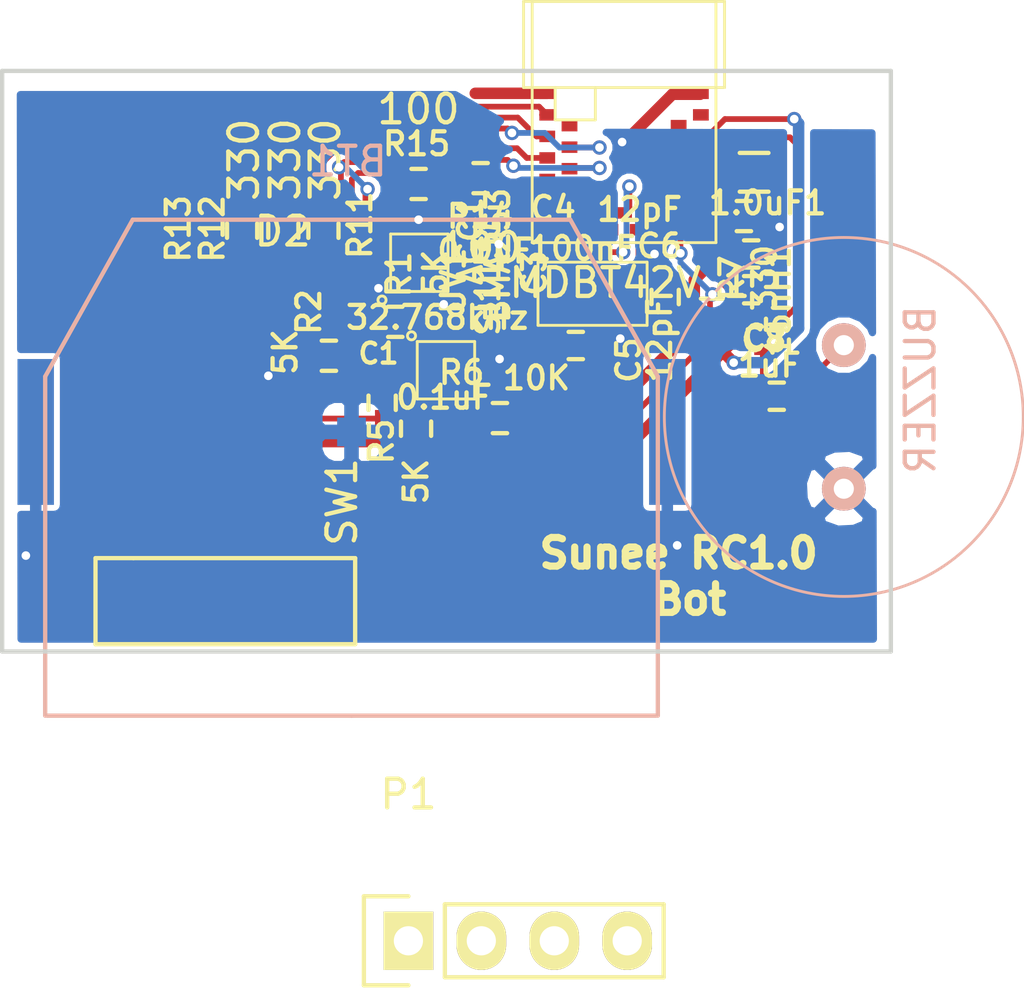
<source format=kicad_pcb>
(kicad_pcb (version 4) (host pcbnew 4.0.2+dfsg1-stable)

  (general
    (links 70)
    (no_connects 6)
    (area 91.301499 51.91 129.6231 88.743402)
    (thickness 1.6)
    (drawings 5)
    (tracks 333)
    (zones 0)
    (modules 29)
    (nets 28)
  )

  (page A4)
  (layers
    (0 F.Cu signal)
    (31 B.Cu signal)
    (32 B.Adhes user)
    (33 F.Adhes user)
    (34 B.Paste user)
    (35 F.Paste user)
    (36 B.SilkS user)
    (37 F.SilkS user)
    (38 B.Mask user)
    (39 F.Mask user)
    (40 Dwgs.User user)
    (41 Cmts.User user)
    (42 Eco1.User user)
    (43 Eco2.User user)
    (44 Edge.Cuts user)
    (45 Margin user)
    (46 B.CrtYd user)
    (47 F.CrtYd user)
    (48 B.Fab user)
    (49 F.Fab user)
  )

  (setup
    (last_trace_width 0.2)
    (trace_clearance 0.16)
    (zone_clearance 0.2)
    (zone_45_only yes)
    (trace_min 0.2)
    (segment_width 0.2)
    (edge_width 0.15)
    (via_size 0.5)
    (via_drill 0.3)
    (via_min_size 0)
    (via_min_drill 0.3)
    (blind_buried_vias_allowed yes)
    (uvia_size 0.3)
    (uvia_drill 0.1)
    (uvias_allowed no)
    (uvia_min_size 0)
    (uvia_min_drill 0.1)
    (pcb_text_width 0.3)
    (pcb_text_size 1.5 1.5)
    (mod_edge_width 0.15)
    (mod_text_size 1 1)
    (mod_text_width 0.15)
    (pad_size 0.5 11)
    (pad_drill 0.5)
    (pad_to_mask_clearance 0.2)
    (aux_axis_origin 0 0)
    (grid_origin 92.4179 69.4436)
    (visible_elements 7FFFF71F)
    (pcbplotparams
      (layerselection 0x010f0_80000001)
      (usegerberextensions false)
      (excludeedgelayer true)
      (linewidth 0.100000)
      (plotframeref false)
      (viasonmask false)
      (mode 1)
      (useauxorigin false)
      (hpglpennumber 1)
      (hpglpenspeed 20)
      (hpglpendiameter 15)
      (hpglpenoverlay 2)
      (psnegative false)
      (psa4output false)
      (plotreference true)
      (plotvalue true)
      (plotinvisibletext false)
      (padsonsilk false)
      (subtractmaskfromsilk true)
      (outputformat 1)
      (mirror false)
      (drillshape 0)
      (scaleselection 1)
      (outputdirectory GERBERS/))
  )

  (net 0 "")
  (net 1 "Net-(1.0uF1-Pad1)")
  (net 2 GND)
  (net 3 "Net-(10uH1-Pad1)")
  (net 4 "Net-(10uH1-Pad2)")
  (net 5 /sensors/SCL_UP)
  (net 6 /sensors/SDA_UP)
  (net 7 "Net-(BT1-Pad1)")
  (net 8 "Net-(BZ1-Pad1)")
  (net 9 "Net-(C5-Pad1)")
  (net 10 "Net-(C6-Pad1)")
  (net 11 VCC)
  (net 12 "Net-(C8-Pad1)")
  (net 13 "Net-(D2-Pad4)")
  (net 14 "Net-(D2-Pad3)")
  (net 15 "Net-(D2-Pad2)")
  (net 16 /BLE/LED4)
  (net 17 /BLE/LED6)
  (net 18 /BLE/LED5)
  (net 19 /BLE/INT_UV)
  (net 20 /BLE/SDA)
  (net 21 /BLE/SCL)
  (net 22 "Net-(MDBT42V_1-Pad4)")
  (net 23 "Net-(MDBT42V_1-Pad2)")
  (net 24 "Net-(R6-Pad1)")
  (net 25 /BLE/INT_ACC1)
  (net 26 /BLE/INT_ACC2)
  (net 27 /BLE/BUZZER)

  (net_class Default "This is the default net class."
    (clearance 0.16)
    (trace_width 0.2)
    (via_dia 0.5)
    (via_drill 0.3)
    (uvia_dia 0.3)
    (uvia_drill 0.1)
    (add_net /BLE/BUZZER)
    (add_net /BLE/INT_ACC1)
    (add_net /BLE/INT_ACC2)
    (add_net /BLE/INT_UV)
    (add_net /BLE/LED4)
    (add_net /BLE/LED5)
    (add_net /BLE/LED6)
    (add_net /BLE/SCL)
    (add_net /BLE/SDA)
    (add_net /sensors/SCL_UP)
    (add_net /sensors/SDA_UP)
    (add_net "Net-(1.0uF1-Pad1)")
    (add_net "Net-(10uH1-Pad1)")
    (add_net "Net-(10uH1-Pad2)")
    (add_net "Net-(BZ1-Pad1)")
    (add_net "Net-(C5-Pad1)")
    (add_net "Net-(C6-Pad1)")
    (add_net "Net-(C8-Pad1)")
    (add_net "Net-(D2-Pad2)")
    (add_net "Net-(D2-Pad3)")
    (add_net "Net-(D2-Pad4)")
    (add_net "Net-(MDBT42V_1-Pad2)")
    (add_net "Net-(MDBT42V_1-Pad4)")
    (add_net "Net-(R6-Pad1)")
  )

  (net_class POWER ""
    (clearance 0.16)
    (trace_width 0.4)
    (via_dia 0.5)
    (via_drill 0.3)
    (uvia_dia 0.3)
    (uvia_drill 0.1)
    (add_net GND)
    (add_net "Net-(BT1-Pad1)")
    (add_net VCC)
  )

  (module MDBT42V:MDBT42V (layer F.Cu) (tedit 59A9191E) (tstamp 5A1C72F6)
    (at 109.835 62.495)
    (path /59A43647/59A49511)
    (fp_text reference MDBT42V_1 (at 3.4 1.4) (layer F.SilkS)
      (effects (font (size 1 1) (thickness 0.15)))
    )
    (fp_text value MDBT42V (at 3.3 -9.5) (layer F.Fab)
      (effects (font (size 1 1) (thickness 0.15)))
    )
    (fp_line (start 0.8 -5.4) (end 0.8 -4.275) (layer F.SilkS) (width 0.1))
    (fp_line (start 2.2 -5.4) (end 2.2 -4.275) (layer F.SilkS) (width 0.1))
    (fp_line (start 0.8 -4.275) (end 2.2 -4.275) (layer F.SilkS) (width 0.1))
    (fp_line (start -0.3 -8.4) (end -0.3 -5.4) (layer F.SilkS) (width 0.1))
    (fp_line (start -0.3 -5.4) (end 6.7 -5.4) (layer F.SilkS) (width 0.1))
    (fp_line (start 6.7 -5.4) (end 6.7 -8.4) (layer F.SilkS) (width 0.1))
    (fp_line (start 6.7 -8.4) (end -0.3 -8.4) (layer F.SilkS) (width 0.1))
    (fp_line (start 0 -8.4) (end 6.4 -8.4) (layer F.SilkS) (width 0.1))
    (fp_line (start 6.4 -8.4) (end 6.4 0) (layer F.SilkS) (width 0.1))
    (fp_line (start 6.4 0) (end 0 0) (layer F.SilkS) (width 0.1))
    (fp_line (start 0 0) (end 0 -8.4) (layer F.SilkS) (width 0.1))
    (pad 29 smd rect (at 5.875 -5.2) (size 0.55 0.4) (layers F.Cu F.Paste F.Mask)
      (net 2 GND))
    (pad 28 smd rect (at 5.875 -4.45) (size 0.55 0.4) (layers F.Cu F.Paste F.Mask))
    (pad 27 smd rect (at 5.1 -4.075) (size 0.55 0.4) (layers F.Cu F.Paste F.Mask))
    (pad 26 smd rect (at 5.875 -3.7) (size 0.55 0.4) (layers F.Cu F.Paste F.Mask)
      (net 11 VCC))
    (pad 25 smd rect (at 5.1 -3.325) (size 0.55 0.4) (layers F.Cu F.Paste F.Mask))
    (pad 24 smd rect (at 5.875 -2.95) (size 0.55 0.4) (layers F.Cu F.Paste F.Mask)
      (net 27 /BLE/BUZZER))
    (pad 23 smd rect (at 5.1 -2.575) (size 0.55 0.4) (layers F.Cu F.Paste F.Mask))
    (pad 22 smd rect (at 5.875 -2.2) (size 0.55 0.4) (layers F.Cu F.Paste F.Mask)
      (net 3 "Net-(10uH1-Pad1)"))
    (pad 21 smd rect (at 5.875 -1.45) (size 0.55 0.4) (layers F.Cu F.Paste F.Mask)
      (net 1 "Net-(1.0uF1-Pad1)"))
    (pad 20 smd rect (at 5.875 -0.45) (size 0.55 0.4) (layers F.Cu F.Paste F.Mask)
      (net 11 VCC))
    (pad 19 smd rect (at 5.1 -1.035) (size 0.55 0.4) (layers F.Cu F.Paste F.Mask)
      (net 19 /BLE/INT_UV))
    (pad 18 smd rect (at 4.625 -0.45) (size 0.55 0.4) (layers F.Cu F.Paste F.Mask)
      (net 2 GND))
    (pad 17 smd rect (at 4.15 -1.035) (size 0.55 0.4) (layers F.Cu F.Paste F.Mask))
    (pad 16 smd rect (at 3.675 -0.45) (size 0.55 0.4) (layers F.Cu F.Paste F.Mask)
      (net 10 "Net-(C6-Pad1)"))
    (pad 15 smd rect (at 3.2 -1.035) (size 0.55 0.4) (layers F.Cu F.Paste F.Mask)
      (net 9 "Net-(C5-Pad1)"))
    (pad 14 smd rect (at 2.725 -0.45) (size 0.55 0.4) (layers F.Cu F.Paste F.Mask))
    (pad 13 smd rect (at 2.25 -1.035) (size 0.55 0.4) (layers F.Cu F.Paste F.Mask))
    (pad 12 smd rect (at 1.775 -0.45) (size 0.55 0.4) (layers F.Cu F.Paste F.Mask)
      (net 25 /BLE/INT_ACC1))
    (pad 11 smd rect (at 1.3 -1.035) (size 0.55 0.4) (layers F.Cu F.Paste F.Mask)
      (net 26 /BLE/INT_ACC2))
    (pad 10 smd rect (at 0.525 -0.45) (size 0.55 0.4) (layers F.Cu F.Paste F.Mask)
      (net 2 GND))
    (pad 9 smd rect (at 0.525 -1.45) (size 0.55 0.4) (layers F.Cu F.Paste F.Mask)
      (net 20 /BLE/SDA))
    (pad 8 smd rect (at 0.525 -2.2) (size 0.55 0.4) (layers F.Cu F.Paste F.Mask)
      (net 21 /BLE/SCL))
    (pad 6 smd rect (at 0.525 -2.95) (size 0.55 0.4) (layers F.Cu F.Paste F.Mask)
      (net 18 /BLE/LED5))
    (pad 7 smd rect (at 1.3 -2.575) (size 0.55 0.4) (layers F.Cu F.Paste F.Mask)
      (net 16 /BLE/LED4))
    (pad 5 smd rect (at 1.3 -3.325) (size 0.55 0.4) (layers F.Cu F.Paste F.Mask)
      (net 17 /BLE/LED6))
    (pad 3 smd rect (at 1.3 -4.075) (size 0.55 0.4) (layers F.Cu F.Paste F.Mask))
    (pad 4 smd rect (at 0.525 -3.7) (size 0.55 0.4) (layers F.Cu F.Paste F.Mask)
      (net 22 "Net-(MDBT42V_1-Pad4)"))
    (pad 2 smd rect (at 0.525 -4.45) (size 0.55 0.4) (layers F.Cu F.Paste F.Mask)
      (net 23 "Net-(MDBT42V_1-Pad2)"))
    (pad 1 smd rect (at 0.525 -5.2) (size 0.55 0.4) (layers F.Cu F.Paste F.Mask)
      (net 2 GND))
  )

  (module Capacitors_SMD:C_0402 (layer F.Cu) (tedit 59C41EF1) (tstamp 59B1811E)
    (at 108.2421 64.2493 180)
    (descr "Capacitor SMD 0402, reflow soldering, AVX (see smccp.pdf)")
    (tags "capacitor 0402")
    (path /59A4369B/59A5B737)
    (attr smd)
    (fp_text reference C3 (at -1.6725 0.6985 270) (layer F.SilkS)
      (effects (font (size 0.8 0.8) (thickness 0.15)))
    )
    (fp_text value 0.1uF (at 0.042 1.4605 180) (layer F.SilkS)
      (effects (font (size 0.8 0.8) (thickness 0.15)))
    )
    (fp_line (start -1.15 -0.6) (end 1.15 -0.6) (layer F.CrtYd) (width 0.05))
    (fp_line (start -1.15 0.6) (end 1.15 0.6) (layer F.CrtYd) (width 0.05))
    (fp_line (start -1.15 -0.6) (end -1.15 0.6) (layer F.CrtYd) (width 0.05))
    (fp_line (start 1.15 -0.6) (end 1.15 0.6) (layer F.CrtYd) (width 0.05))
    (fp_line (start 0.25 -0.475) (end -0.25 -0.475) (layer F.SilkS) (width 0.15))
    (fp_line (start -0.25 0.475) (end 0.25 0.475) (layer F.SilkS) (width 0.15))
    (pad 1 smd rect (at -0.55 0 180) (size 0.6 0.5) (layers F.Cu F.Paste F.Mask)
      (net 11 VCC))
    (pad 2 smd rect (at 0.55 0 180) (size 0.6 0.5) (layers F.Cu F.Paste F.Mask)
      (net 2 GND))
    (model Capacitors_SMD.3dshapes/C_0402.wrl
      (at (xyz 0 0 0))
      (scale (xyz 1 1 1))
      (rotate (xyz 0 0 0))
    )
  )

  (module PS1240P02CT3:PS1240P02 (layer B.Cu) (tedit 59C3B949) (tstamp 59B180FA)
    (at 120.6881 68.5654 270)
    (path /59A5D52C/59A5F9D2)
    (fp_text reference BZ1 (at -0.1 -8 270) (layer B.SilkS) hide
      (effects (font (size 1 1) (thickness 0.15)) (justify mirror))
    )
    (fp_text value BUZZER (at -0.9525 -2.667 270) (layer B.SilkS)
      (effects (font (size 1 1) (thickness 0.15)) (justify mirror))
    )
    (fp_circle (center 0 0) (end 6.25 0) (layer B.SilkS) (width 0.1))
    (pad 2 thru_hole circle (at 2.5 0 270) (size 1.524 1.524) (drill 0.7) (layers *.Cu *.Mask B.SilkS)
      (net 2 GND))
    (pad 1 thru_hole circle (at -2.5 0 270) (size 1.524 1.524) (drill 0.7) (layers *.Cu *.Mask B.SilkS)
      (net 8 "Net-(BZ1-Pad1)"))
  )

  (module Capacitors_SMD:C_0402 (layer F.Cu) (tedit 59C3BFC0) (tstamp 59B180B7)
    (at 117.4623 62.8904)
    (descr "Capacitor SMD 0402, reflow soldering, AVX (see smccp.pdf)")
    (tags "capacitor 0402")
    (path /59A43647/59A57061)
    (attr smd)
    (fp_text reference 1.0uF1 (at 0.5715 -1.778) (layer F.SilkS)
      (effects (font (size 0.8 0.8) (thickness 0.15)))
    )
    (fp_text value C_Small (at 0 1.7) (layer F.Fab) hide
      (effects (font (size 1 1) (thickness 0.15)))
    )
    (fp_line (start -1.15 -0.6) (end 1.15 -0.6) (layer F.CrtYd) (width 0.05))
    (fp_line (start -1.15 0.6) (end 1.15 0.6) (layer F.CrtYd) (width 0.05))
    (fp_line (start -1.15 -0.6) (end -1.15 0.6) (layer F.CrtYd) (width 0.05))
    (fp_line (start 1.15 -0.6) (end 1.15 0.6) (layer F.CrtYd) (width 0.05))
    (fp_line (start 0.25 -0.475) (end -0.25 -0.475) (layer F.SilkS) (width 0.15))
    (fp_line (start -0.25 0.475) (end 0.25 0.475) (layer F.SilkS) (width 0.15))
    (pad 1 smd rect (at -0.55 0) (size 0.6 0.5) (layers F.Cu F.Paste F.Mask)
      (net 1 "Net-(1.0uF1-Pad1)"))
    (pad 2 smd rect (at 0.55 0) (size 0.6 0.5) (layers F.Cu F.Paste F.Mask)
      (net 2 GND))
    (model Capacitors_SMD.3dshapes/C_0402.wrl
      (at (xyz 0 0 0))
      (scale (xyz 1 1 1))
      (rotate (xyz 0 0 0))
    )
  )

  (module Resistors_SMD:R_0603 (layer F.Cu) (tedit 59C3BF3D) (tstamp 59B180C3)
    (at 117.5639 60.0456)
    (descr "Resistor SMD 0603, reflow soldering, Vishay (see dcrcw.pdf)")
    (tags "resistor 0603")
    (path /59A43647/59A56F50)
    (attr smd)
    (fp_text reference 10uH1 (at 0 -1.9) (layer F.SilkS) hide
      (effects (font (size 1 1) (thickness 0.15)))
    )
    (fp_text value L_Small (at 0 1.9) (layer F.Fab) hide
      (effects (font (size 1 1) (thickness 0.15)))
    )
    (fp_line (start -1.3 -0.8) (end 1.3 -0.8) (layer F.CrtYd) (width 0.05))
    (fp_line (start -1.3 0.8) (end 1.3 0.8) (layer F.CrtYd) (width 0.05))
    (fp_line (start -1.3 -0.8) (end -1.3 0.8) (layer F.CrtYd) (width 0.05))
    (fp_line (start 1.3 -0.8) (end 1.3 0.8) (layer F.CrtYd) (width 0.05))
    (fp_line (start 0.5 0.675) (end -0.5 0.675) (layer F.SilkS) (width 0.15))
    (fp_line (start -0.5 -0.675) (end 0.5 -0.675) (layer F.SilkS) (width 0.15))
    (pad 1 smd rect (at -0.75 0) (size 0.5 0.9) (layers F.Cu F.Paste F.Mask)
      (net 3 "Net-(10uH1-Pad1)"))
    (pad 2 smd rect (at 0.75 0) (size 0.5 0.9) (layers F.Cu F.Paste F.Mask)
      (net 4 "Net-(10uH1-Pad2)"))
    (model Resistors_SMD.3dshapes/R_0603.wrl
      (at (xyz 0 0 0))
      (scale (xyz 1 1 1))
      (rotate (xyz 0 0 0))
    )
  )

  (module Resistors_SMD:R_0402 (layer F.Cu) (tedit 59D74986) (tstamp 59B180CF)
    (at 117.2083 61.5696 180)
    (descr "Resistor SMD 0402, reflow soldering, Vishay (see dcrcw.pdf)")
    (tags "resistor 0402")
    (path /59A43647/59A56FB5)
    (attr smd)
    (fp_text reference 15nH1 (at -1.2065 -2.9845 270) (layer F.SilkS)
      (effects (font (size 0.8 0.8) (thickness 0.15)))
    )
    (fp_text value L_Small (at 0 1.8 180) (layer F.Fab) hide
      (effects (font (size 1 1) (thickness 0.15)))
    )
    (fp_line (start -0.95 -0.65) (end 0.95 -0.65) (layer F.CrtYd) (width 0.05))
    (fp_line (start -0.95 0.65) (end 0.95 0.65) (layer F.CrtYd) (width 0.05))
    (fp_line (start -0.95 -0.65) (end -0.95 0.65) (layer F.CrtYd) (width 0.05))
    (fp_line (start 0.95 -0.65) (end 0.95 0.65) (layer F.CrtYd) (width 0.05))
    (fp_line (start 0.25 -0.525) (end -0.25 -0.525) (layer F.SilkS) (width 0.15))
    (fp_line (start -0.25 0.525) (end 0.25 0.525) (layer F.SilkS) (width 0.15))
    (pad 1 smd rect (at -0.45 0 180) (size 0.4 0.6) (layers F.Cu F.Paste F.Mask)
      (net 4 "Net-(10uH1-Pad2)"))
    (pad 2 smd rect (at 0.45 0 180) (size 0.4 0.6) (layers F.Cu F.Paste F.Mask)
      (net 1 "Net-(1.0uF1-Pad1)"))
    (model Resistors_SMD.3dshapes/R_0402.wrl
      (at (xyz 0 0 0))
      (scale (xyz 1 1 1))
      (rotate (xyz 0 0 0))
    )
  )

  (module BMA250E:BMA250E (layer F.Cu) (tedit 59C41F6D) (tstamp 59B180E4)
    (at 105.9053 63.1952 90)
    (path /59A4369B/59A5A90C)
    (fp_text reference ACC1 (at 0.762 1.778 90) (layer F.SilkS)
      (effects (font (size 0.8 0.8) (thickness 0.15)))
    )
    (fp_text value BMA253 (at 0.254 2.7305 90) (layer F.SilkS)
      (effects (font (size 0.8 0.8) (thickness 0.15)))
    )
    (fp_circle (center -1.3 -1.3) (end -1.2 -1.4) (layer F.SilkS) (width 0.1))
    (fp_line (start 1 -1) (end 1 1) (layer F.SilkS) (width 0.1))
    (fp_line (start 1 1) (end -1 1) (layer F.SilkS) (width 0.1))
    (fp_line (start -1 1) (end -1 -1) (layer F.SilkS) (width 0.1))
    (fp_line (start -1 -1) (end 1 -1) (layer F.SilkS) (width 0.1))
    (pad 11 smd rect (at 0.25 -0.815 90) (size 0.28 0.41) (layers F.Cu F.Paste F.Mask)
      (net 11 VCC))
    (pad 12 smd rect (at -0.25 -0.815 90) (size 0.28 0.41) (layers F.Cu F.Paste F.Mask)
      (net 5 /sensors/SCL_UP))
    (pad 6 smd rect (at 0.25 0.815 90) (size 0.28 0.41) (layers F.Cu F.Paste F.Mask)
      (net 26 /BLE/INT_ACC2))
    (pad 5 smd rect (at -0.25 0.815 90) (size 0.28 0.41) (layers F.Cu F.Paste F.Mask)
      (net 25 /BLE/INT_ACC1))
    (pad 1 smd rect (at -0.815 -0.75 90) (size 0.41 0.28) (layers F.Cu F.Paste F.Mask)
      (net 2 GND))
    (pad 2 smd rect (at -0.815 -0.25 90) (size 0.41 0.28) (layers F.Cu F.Paste F.Mask)
      (net 6 /sensors/SDA_UP))
    (pad 3 smd rect (at -0.815 0.25 90) (size 0.41 0.28) (layers F.Cu F.Paste F.Mask)
      (net 11 VCC))
    (pad 4 smd rect (at -0.815 0.75 90) (size 0.41 0.28) (layers F.Cu F.Paste F.Mask)
      (net 2 GND))
    (pad 7 smd rect (at 0.815 0.75 90) (size 0.41 0.28) (layers F.Cu F.Paste F.Mask)
      (net 11 VCC))
    (pad 8 smd rect (at 0.815 0.25 90) (size 0.41 0.28) (layers F.Cu F.Paste F.Mask)
      (net 2 GND))
    (pad 9 smd rect (at 0.815 -0.25 90) (size 0.41 0.28) (layers F.Cu F.Paste F.Mask)
      (net 2 GND))
    (pad 10 smd rect (at 0.815 -0.75 90) (size 0.41 0.28) (layers F.Cu F.Paste F.Mask))
  )

  (module Capacitors_SMD:C_0402 (layer F.Cu) (tedit 59C3B9D0) (tstamp 59B18106)
    (at 104.6099 68.072 270)
    (descr "Capacitor SMD 0402, reflow soldering, AVX (see smccp.pdf)")
    (tags "capacitor 0402")
    (path /59A4369B/59A58AFA)
    (attr smd)
    (fp_text reference C1 (at -1.7145 0.127 540) (layer F.SilkS)
      (effects (font (size 0.7 0.7) (thickness 0.15)))
    )
    (fp_text value 0.1uF (at -0.1905 -2.159 360) (layer F.SilkS)
      (effects (font (size 0.8 0.8) (thickness 0.15)))
    )
    (fp_line (start -1.15 -0.6) (end 1.15 -0.6) (layer F.CrtYd) (width 0.05))
    (fp_line (start -1.15 0.6) (end 1.15 0.6) (layer F.CrtYd) (width 0.05))
    (fp_line (start -1.15 -0.6) (end -1.15 0.6) (layer F.CrtYd) (width 0.05))
    (fp_line (start 1.15 -0.6) (end 1.15 0.6) (layer F.CrtYd) (width 0.05))
    (fp_line (start 0.25 -0.475) (end -0.25 -0.475) (layer F.SilkS) (width 0.15))
    (fp_line (start -0.25 0.475) (end 0.25 0.475) (layer F.SilkS) (width 0.15))
    (pad 1 smd rect (at -0.55 0 270) (size 0.6 0.5) (layers F.Cu F.Paste F.Mask)
      (net 11 VCC))
    (pad 2 smd rect (at 0.55 0 270) (size 0.6 0.5) (layers F.Cu F.Paste F.Mask)
      (net 2 GND))
    (model Capacitors_SMD.3dshapes/C_0402.wrl
      (at (xyz 0 0 0))
      (scale (xyz 1 1 1))
      (rotate (xyz 0 0 0))
    )
  )

  (module Capacitors_SMD:C_0402 (layer F.Cu) (tedit 59C41E1A) (tstamp 59B1812A)
    (at 108.5977 61.7474)
    (descr "Capacitor SMD 0402, reflow soldering, AVX (see smccp.pdf)")
    (tags "capacitor 0402")
    (path /59A4369B/59A5D521)
    (attr smd)
    (fp_text reference C4 (at 1.9685 -0.4445) (layer F.SilkS)
      (effects (font (size 0.8 0.8) (thickness 0.15)))
    )
    (fp_text value 100nF (at 2.9845 0.9525) (layer F.SilkS)
      (effects (font (size 0.8 0.8) (thickness 0.15)))
    )
    (fp_line (start -1.15 -0.6) (end 1.15 -0.6) (layer F.CrtYd) (width 0.05))
    (fp_line (start -1.15 0.6) (end 1.15 0.6) (layer F.CrtYd) (width 0.05))
    (fp_line (start -1.15 -0.6) (end -1.15 0.6) (layer F.CrtYd) (width 0.05))
    (fp_line (start 1.15 -0.6) (end 1.15 0.6) (layer F.CrtYd) (width 0.05))
    (fp_line (start 0.25 -0.475) (end -0.25 -0.475) (layer F.SilkS) (width 0.15))
    (fp_line (start -0.25 0.475) (end 0.25 0.475) (layer F.SilkS) (width 0.15))
    (pad 1 smd rect (at -0.55 0) (size 0.6 0.5) (layers F.Cu F.Paste F.Mask)
      (net 11 VCC))
    (pad 2 smd rect (at 0.55 0) (size 0.6 0.5) (layers F.Cu F.Paste F.Mask)
      (net 2 GND))
    (model Capacitors_SMD.3dshapes/C_0402.wrl
      (at (xyz 0 0 0))
      (scale (xyz 1 1 1))
      (rotate (xyz 0 0 0))
    )
  )

  (module Capacitors_SMD:C_0402 (layer F.Cu) (tedit 59C3BF0D) (tstamp 59B18136)
    (at 111.3536 66.0781)
    (descr "Capacitor SMD 0402, reflow soldering, AVX (see smccp.pdf)")
    (tags "capacitor 0402")
    (path /59A43647/59A6B727)
    (attr smd)
    (fp_text reference C5 (at 1.8415 0.508 90) (layer F.SilkS)
      (effects (font (size 0.8 0.8) (thickness 0.15)))
    )
    (fp_text value 12pF (at 2.921 -0.1905 90) (layer F.SilkS)
      (effects (font (size 0.8 0.8) (thickness 0.15)))
    )
    (fp_line (start -1.15 -0.6) (end 1.15 -0.6) (layer F.CrtYd) (width 0.05))
    (fp_line (start -1.15 0.6) (end 1.15 0.6) (layer F.CrtYd) (width 0.05))
    (fp_line (start -1.15 -0.6) (end -1.15 0.6) (layer F.CrtYd) (width 0.05))
    (fp_line (start 1.15 -0.6) (end 1.15 0.6) (layer F.CrtYd) (width 0.05))
    (fp_line (start 0.25 -0.475) (end -0.25 -0.475) (layer F.SilkS) (width 0.15))
    (fp_line (start -0.25 0.475) (end 0.25 0.475) (layer F.SilkS) (width 0.15))
    (pad 1 smd rect (at -0.55 0) (size 0.6 0.5) (layers F.Cu F.Paste F.Mask)
      (net 9 "Net-(C5-Pad1)"))
    (pad 2 smd rect (at 0.55 0) (size 0.6 0.5) (layers F.Cu F.Paste F.Mask)
      (net 2 GND))
    (model Capacitors_SMD.3dshapes/C_0402.wrl
      (at (xyz 0 0 0))
      (scale (xyz 1 1 1))
      (rotate (xyz 0 0 0))
    )
  )

  (module Capacitors_SMD:C_0402 (layer F.Cu) (tedit 59C3BF1D) (tstamp 59B18142)
    (at 114.4651 64.389 90)
    (descr "Capacitor SMD 0402, reflow soldering, AVX (see smccp.pdf)")
    (tags "capacitor 0402")
    (path /59A43647/59A6B778)
    (attr smd)
    (fp_text reference C6 (at 1.778 -0.1905 180) (layer F.SilkS)
      (effects (font (size 0.8 0.8) (thickness 0.15)))
    )
    (fp_text value 12pF (at 3.048 -0.889 180) (layer F.SilkS)
      (effects (font (size 0.8 0.8) (thickness 0.15)))
    )
    (fp_line (start -1.15 -0.6) (end 1.15 -0.6) (layer F.CrtYd) (width 0.05))
    (fp_line (start -1.15 0.6) (end 1.15 0.6) (layer F.CrtYd) (width 0.05))
    (fp_line (start -1.15 -0.6) (end -1.15 0.6) (layer F.CrtYd) (width 0.05))
    (fp_line (start 1.15 -0.6) (end 1.15 0.6) (layer F.CrtYd) (width 0.05))
    (fp_line (start 0.25 -0.475) (end -0.25 -0.475) (layer F.SilkS) (width 0.15))
    (fp_line (start -0.25 0.475) (end 0.25 0.475) (layer F.SilkS) (width 0.15))
    (pad 1 smd rect (at -0.55 0 90) (size 0.6 0.5) (layers F.Cu F.Paste F.Mask)
      (net 10 "Net-(C6-Pad1)"))
    (pad 2 smd rect (at 0.55 0 90) (size 0.6 0.5) (layers F.Cu F.Paste F.Mask)
      (net 2 GND))
    (model Capacitors_SMD.3dshapes/C_0402.wrl
      (at (xyz 0 0 0))
      (scale (xyz 1 1 1))
      (rotate (xyz 0 0 0))
    )
  )

  (module Capacitors_SMD:C_0402 (layer F.Cu) (tedit 59C41E34) (tstamp 59B1814E)
    (at 117.4623 64.135)
    (descr "Capacitor SMD 0402, reflow soldering, AVX (see smccp.pdf)")
    (tags "capacitor 0402")
    (path /59A43647/59A69C81)
    (attr smd)
    (fp_text reference C7 (at 0.508 1.651) (layer F.SilkS)
      (effects (font (size 0.8 0.8) (thickness 0.15)))
    )
    (fp_text value 0.1uF (at 0 1.7) (layer F.Fab) hide
      (effects (font (size 1 1) (thickness 0.15)))
    )
    (fp_line (start -1.15 -0.6) (end 1.15 -0.6) (layer F.CrtYd) (width 0.05))
    (fp_line (start -1.15 0.6) (end 1.15 0.6) (layer F.CrtYd) (width 0.05))
    (fp_line (start -1.15 -0.6) (end -1.15 0.6) (layer F.CrtYd) (width 0.05))
    (fp_line (start 1.15 -0.6) (end 1.15 0.6) (layer F.CrtYd) (width 0.05))
    (fp_line (start 0.25 -0.475) (end -0.25 -0.475) (layer F.SilkS) (width 0.15))
    (fp_line (start -0.25 0.475) (end 0.25 0.475) (layer F.SilkS) (width 0.15))
    (pad 1 smd rect (at -0.55 0) (size 0.6 0.5) (layers F.Cu F.Paste F.Mask)
      (net 11 VCC))
    (pad 2 smd rect (at 0.55 0) (size 0.6 0.5) (layers F.Cu F.Paste F.Mask)
      (net 2 GND))
    (model Capacitors_SMD.3dshapes/C_0402.wrl
      (at (xyz 0 0 0))
      (scale (xyz 1 1 1))
      (rotate (xyz 0 0 0))
    )
  )

  (module Capacitors_SMD:C_0402 (layer F.Cu) (tedit 59C41F5F) (tstamp 59B1815A)
    (at 118.3513 67.8434)
    (descr "Capacitor SMD 0402, reflow soldering, AVX (see smccp.pdf)")
    (tags "capacitor 0402")
    (path /59A5D52C/59A84B40)
    (attr smd)
    (fp_text reference C8 (at -0.4445 -1.9685) (layer F.SilkS)
      (effects (font (size 0.8 0.8) (thickness 0.15)))
    )
    (fp_text value 1uF (at -0.254 -1.0795) (layer F.SilkS)
      (effects (font (size 0.8 0.8) (thickness 0.15)))
    )
    (fp_line (start -1.15 -0.6) (end 1.15 -0.6) (layer F.CrtYd) (width 0.05))
    (fp_line (start -1.15 0.6) (end 1.15 0.6) (layer F.CrtYd) (width 0.05))
    (fp_line (start -1.15 -0.6) (end -1.15 0.6) (layer F.CrtYd) (width 0.05))
    (fp_line (start 1.15 -0.6) (end 1.15 0.6) (layer F.CrtYd) (width 0.05))
    (fp_line (start 0.25 -0.475) (end -0.25 -0.475) (layer F.SilkS) (width 0.15))
    (fp_line (start -0.25 0.475) (end 0.25 0.475) (layer F.SilkS) (width 0.15))
    (pad 1 smd rect (at -0.55 0) (size 0.6 0.5) (layers F.Cu F.Paste F.Mask)
      (net 12 "Net-(C8-Pad1)"))
    (pad 2 smd rect (at 0.55 0) (size 0.6 0.5) (layers F.Cu F.Paste F.Mask)
      (net 8 "Net-(BZ1-Pad1)"))
    (model Capacitors_SMD.3dshapes/C_0402.wrl
      (at (xyz 0 0 0))
      (scale (xyz 1 1 1))
      (rotate (xyz 0 0 0))
    )
  )

  (module Resistors_SMD:R_0402 (layer F.Cu) (tedit 59C41E22) (tstamp 59B1822E)
    (at 105.0671 65.2526 180)
    (descr "Resistor SMD 0402, reflow soldering, Vishay (see dcrcw.pdf)")
    (tags "resistor 0402")
    (path /59A4369B/59A7FC01)
    (attr smd)
    (fp_text reference R1 (at -0.127 1.651 270) (layer F.SilkS)
      (effects (font (size 0.8 0.8) (thickness 0.15)))
    )
    (fp_text value 5K (at -1.397 1.7145 270) (layer F.SilkS)
      (effects (font (size 0.8 0.8) (thickness 0.15)))
    )
    (fp_line (start -0.95 -0.65) (end 0.95 -0.65) (layer F.CrtYd) (width 0.05))
    (fp_line (start -0.95 0.65) (end 0.95 0.65) (layer F.CrtYd) (width 0.05))
    (fp_line (start -0.95 -0.65) (end -0.95 0.65) (layer F.CrtYd) (width 0.05))
    (fp_line (start 0.95 -0.65) (end 0.95 0.65) (layer F.CrtYd) (width 0.05))
    (fp_line (start 0.25 -0.525) (end -0.25 -0.525) (layer F.SilkS) (width 0.15))
    (fp_line (start -0.25 0.525) (end 0.25 0.525) (layer F.SilkS) (width 0.15))
    (pad 1 smd rect (at -0.45 0 180) (size 0.4 0.6) (layers F.Cu F.Paste F.Mask)
      (net 11 VCC))
    (pad 2 smd rect (at 0.45 0 180) (size 0.4 0.6) (layers F.Cu F.Paste F.Mask)
      (net 6 /sensors/SDA_UP))
    (model Resistors_SMD.3dshapes/R_0402.wrl
      (at (xyz 0 0 0))
      (scale (xyz 1 1 1))
      (rotate (xyz 0 0 0))
    )
  )

  (module Resistors_SMD:R_0402 (layer F.Cu) (tedit 59C41E2C) (tstamp 59B1823A)
    (at 102.7557 66.4337)
    (descr "Resistor SMD 0402, reflow soldering, Vishay (see dcrcw.pdf)")
    (tags "resistor 0402")
    (path /59A4369B/59A7FCB1)
    (attr smd)
    (fp_text reference R2 (at -0.6985 -1.524 90) (layer F.SilkS)
      (effects (font (size 0.8 0.8) (thickness 0.15)))
    )
    (fp_text value 5K (at -1.524 -0.127 90) (layer F.SilkS)
      (effects (font (size 0.8 0.8) (thickness 0.15)))
    )
    (fp_line (start -0.95 -0.65) (end 0.95 -0.65) (layer F.CrtYd) (width 0.05))
    (fp_line (start -0.95 0.65) (end 0.95 0.65) (layer F.CrtYd) (width 0.05))
    (fp_line (start -0.95 -0.65) (end -0.95 0.65) (layer F.CrtYd) (width 0.05))
    (fp_line (start 0.95 -0.65) (end 0.95 0.65) (layer F.CrtYd) (width 0.05))
    (fp_line (start 0.25 -0.525) (end -0.25 -0.525) (layer F.SilkS) (width 0.15))
    (fp_line (start -0.25 0.525) (end 0.25 0.525) (layer F.SilkS) (width 0.15))
    (pad 1 smd rect (at -0.45 0) (size 0.4 0.6) (layers F.Cu F.Paste F.Mask)
      (net 11 VCC))
    (pad 2 smd rect (at 0.45 0) (size 0.4 0.6) (layers F.Cu F.Paste F.Mask)
      (net 5 /sensors/SCL_UP))
    (model Resistors_SMD.3dshapes/R_0402.wrl
      (at (xyz 0 0 0))
      (scale (xyz 1 1 1))
      (rotate (xyz 0 0 0))
    )
  )

  (module Resistors_SMD:R_0402 (layer F.Cu) (tedit 59C41F50) (tstamp 59B1825E)
    (at 105.791 68.9737 90)
    (descr "Resistor SMD 0402, reflow soldering, Vishay (see dcrcw.pdf)")
    (tags "resistor 0402")
    (path /59A4369B/59A58552)
    (attr smd)
    (fp_text reference R5 (at -0.4445 -1.2065 90) (layer F.SilkS)
      (effects (font (size 0.8 0.8) (thickness 0.15)))
    )
    (fp_text value 5K (at -1.8415 0 90) (layer F.SilkS)
      (effects (font (size 0.8 0.8) (thickness 0.15)))
    )
    (fp_line (start -0.95 -0.65) (end 0.95 -0.65) (layer F.CrtYd) (width 0.05))
    (fp_line (start -0.95 0.65) (end 0.95 0.65) (layer F.CrtYd) (width 0.05))
    (fp_line (start -0.95 -0.65) (end -0.95 0.65) (layer F.CrtYd) (width 0.05))
    (fp_line (start 0.95 -0.65) (end 0.95 0.65) (layer F.CrtYd) (width 0.05))
    (fp_line (start 0.25 -0.525) (end -0.25 -0.525) (layer F.SilkS) (width 0.15))
    (fp_line (start -0.25 0.525) (end 0.25 0.525) (layer F.SilkS) (width 0.15))
    (pad 1 smd rect (at -0.45 0 90) (size 0.4 0.6) (layers F.Cu F.Paste F.Mask)
      (net 11 VCC))
    (pad 2 smd rect (at 0.45 0 90) (size 0.4 0.6) (layers F.Cu F.Paste F.Mask)
      (net 19 /BLE/INT_UV))
    (model Resistors_SMD.3dshapes/R_0402.wrl
      (at (xyz 0 0 0))
      (scale (xyz 1 1 1))
      (rotate (xyz 0 0 0))
    )
  )

  (module Resistors_SMD:R_0402 (layer F.Cu) (tedit 59C41E85) (tstamp 59B1826A)
    (at 108.712 68.6054)
    (descr "Resistor SMD 0402, reflow soldering, Vishay (see dcrcw.pdf)")
    (tags "resistor 0402")
    (path /59A4369B/59A5946B)
    (attr smd)
    (fp_text reference R6 (at -1.3335 -1.5875) (layer F.SilkS)
      (effects (font (size 0.8 0.8) (thickness 0.15)))
    )
    (fp_text value 10K (at 1.27 -1.397) (layer F.SilkS)
      (effects (font (size 0.8 0.8) (thickness 0.15)))
    )
    (fp_line (start -0.95 -0.65) (end 0.95 -0.65) (layer F.CrtYd) (width 0.05))
    (fp_line (start -0.95 0.65) (end 0.95 0.65) (layer F.CrtYd) (width 0.05))
    (fp_line (start -0.95 -0.65) (end -0.95 0.65) (layer F.CrtYd) (width 0.05))
    (fp_line (start 0.95 -0.65) (end 0.95 0.65) (layer F.CrtYd) (width 0.05))
    (fp_line (start 0.25 -0.525) (end -0.25 -0.525) (layer F.SilkS) (width 0.15))
    (fp_line (start -0.25 0.525) (end 0.25 0.525) (layer F.SilkS) (width 0.15))
    (pad 1 smd rect (at -0.45 0) (size 0.4 0.6) (layers F.Cu F.Paste F.Mask)
      (net 24 "Net-(R6-Pad1)"))
    (pad 2 smd rect (at 0.45 0) (size 0.4 0.6) (layers F.Cu F.Paste F.Mask)
      (net 11 VCC))
    (model Resistors_SMD.3dshapes/R_0402.wrl
      (at (xyz 0 0 0))
      (scale (xyz 1 1 1))
      (rotate (xyz 0 0 0))
    )
  )

  (module Resistors_SMD:R_0402 (layer F.Cu) (tedit 59C41F55) (tstamp 59B18276)
    (at 117.8687 65.7606 270)
    (descr "Resistor SMD 0402, reflow soldering, Vishay (see dcrcw.pdf)")
    (tags "resistor 0402")
    (path /59A5D52C/59A6096F)
    (attr smd)
    (fp_text reference R7 (at -2.032 1.0795 270) (layer F.SilkS)
      (effects (font (size 0.8 0.8) (thickness 0.15)))
    )
    (fp_text value 330 (at -2.032 -0.0635 270) (layer F.SilkS)
      (effects (font (size 0.8 0.8) (thickness 0.15)))
    )
    (fp_line (start -0.95 -0.65) (end 0.95 -0.65) (layer F.CrtYd) (width 0.05))
    (fp_line (start -0.95 0.65) (end 0.95 0.65) (layer F.CrtYd) (width 0.05))
    (fp_line (start -0.95 -0.65) (end -0.95 0.65) (layer F.CrtYd) (width 0.05))
    (fp_line (start 0.95 -0.65) (end 0.95 0.65) (layer F.CrtYd) (width 0.05))
    (fp_line (start 0.25 -0.525) (end -0.25 -0.525) (layer F.SilkS) (width 0.15))
    (fp_line (start -0.25 0.525) (end 0.25 0.525) (layer F.SilkS) (width 0.15))
    (pad 1 smd rect (at -0.45 0 270) (size 0.4 0.6) (layers F.Cu F.Paste F.Mask)
      (net 27 /BLE/BUZZER))
    (pad 2 smd rect (at 0.45 0 270) (size 0.4 0.6) (layers F.Cu F.Paste F.Mask)
      (net 12 "Net-(C8-Pad1)"))
    (model Resistors_SMD.3dshapes/R_0402.wrl
      (at (xyz 0 0 0))
      (scale (xyz 1 1 1))
      (rotate (xyz 0 0 0))
    )
  )

  (module Resistors_SMD:R_0402 (layer F.Cu) (tedit 59C3B76C) (tstamp 59B182A6)
    (at 102.565355 62.078615 270)
    (descr "Resistor SMD 0402, reflow soldering, Vishay (see dcrcw.pdf)")
    (tags "resistor 0402")
    (path /59A5D52C/59A5DB6F)
    (attr smd)
    (fp_text reference R11 (at -0.1905 -1.27 270) (layer F.SilkS)
      (effects (font (size 0.8 0.8) (thickness 0.15)))
    )
    (fp_text value 330 (at -2.482 1.3335 270) (layer F.SilkS)
      (effects (font (size 1 1) (thickness 0.15)))
    )
    (fp_line (start -0.95 -0.65) (end 0.95 -0.65) (layer F.CrtYd) (width 0.05))
    (fp_line (start -0.95 0.65) (end 0.95 0.65) (layer F.CrtYd) (width 0.05))
    (fp_line (start -0.95 -0.65) (end -0.95 0.65) (layer F.CrtYd) (width 0.05))
    (fp_line (start 0.95 -0.65) (end 0.95 0.65) (layer F.CrtYd) (width 0.05))
    (fp_line (start 0.25 -0.525) (end -0.25 -0.525) (layer F.SilkS) (width 0.15))
    (fp_line (start -0.25 0.525) (end 0.25 0.525) (layer F.SilkS) (width 0.15))
    (pad 1 smd rect (at -0.45 0 270) (size 0.4 0.6) (layers F.Cu F.Paste F.Mask)
      (net 16 /BLE/LED4))
    (pad 2 smd rect (at 0.45 0 270) (size 0.4 0.6) (layers F.Cu F.Paste F.Mask)
      (net 13 "Net-(D2-Pad4)"))
    (model Resistors_SMD.3dshapes/R_0402.wrl
      (at (xyz 0 0 0))
      (scale (xyz 1 1 1))
      (rotate (xyz 0 0 0))
    )
  )

  (module Resistors_SMD:R_0402 (layer F.Cu) (tedit 59C3B770) (tstamp 59B182B2)
    (at 101.168355 62.0776 270)
    (descr "Resistor SMD 0402, reflow soldering, Vishay (see dcrcw.pdf)")
    (tags "resistor 0402")
    (path /59A5D52C/59A5DB92)
    (attr smd)
    (fp_text reference R12 (at -0.0635 2.4765 270) (layer F.SilkS)
      (effects (font (size 0.8 0.8) (thickness 0.15)))
    )
    (fp_text value 330 (at -2.471 -1.4605 270) (layer F.SilkS)
      (effects (font (size 1 1) (thickness 0.15)))
    )
    (fp_line (start -0.95 -0.65) (end 0.95 -0.65) (layer F.CrtYd) (width 0.05))
    (fp_line (start -0.95 0.65) (end 0.95 0.65) (layer F.CrtYd) (width 0.05))
    (fp_line (start -0.95 -0.65) (end -0.95 0.65) (layer F.CrtYd) (width 0.05))
    (fp_line (start 0.95 -0.65) (end 0.95 0.65) (layer F.CrtYd) (width 0.05))
    (fp_line (start 0.25 -0.525) (end -0.25 -0.525) (layer F.SilkS) (width 0.15))
    (fp_line (start -0.25 0.525) (end 0.25 0.525) (layer F.SilkS) (width 0.15))
    (pad 1 smd rect (at -0.45 0 270) (size 0.4 0.6) (layers F.Cu F.Paste F.Mask)
      (net 18 /BLE/LED5))
    (pad 2 smd rect (at 0.45 0 270) (size 0.4 0.6) (layers F.Cu F.Paste F.Mask)
      (net 14 "Net-(D2-Pad3)"))
    (model Resistors_SMD.3dshapes/R_0402.wrl
      (at (xyz 0 0 0))
      (scale (xyz 1 1 1))
      (rotate (xyz 0 0 0))
    )
  )

  (module Resistors_SMD:R_0402 (layer F.Cu) (tedit 59C3B766) (tstamp 59B182BE)
    (at 99.7331 62.0776 270)
    (descr "Resistor SMD 0402, reflow soldering, Vishay (see dcrcw.pdf)")
    (tags "resistor 0402")
    (path /59A5D52C/59A5DBBB)
    (attr smd)
    (fp_text reference R13 (at -0.0635 2.2225 270) (layer F.SilkS)
      (effects (font (size 0.8 0.8) (thickness 0.15)))
    )
    (fp_text value 330 (at -2.471 -0.0635 270) (layer F.SilkS)
      (effects (font (size 1 1) (thickness 0.15)))
    )
    (fp_line (start -0.95 -0.65) (end 0.95 -0.65) (layer F.CrtYd) (width 0.05))
    (fp_line (start -0.95 0.65) (end 0.95 0.65) (layer F.CrtYd) (width 0.05))
    (fp_line (start -0.95 -0.65) (end -0.95 0.65) (layer F.CrtYd) (width 0.05))
    (fp_line (start 0.95 -0.65) (end 0.95 0.65) (layer F.CrtYd) (width 0.05))
    (fp_line (start 0.25 -0.525) (end -0.25 -0.525) (layer F.SilkS) (width 0.15))
    (fp_line (start -0.25 0.525) (end 0.25 0.525) (layer F.SilkS) (width 0.15))
    (pad 1 smd rect (at -0.45 0 270) (size 0.4 0.6) (layers F.Cu F.Paste F.Mask)
      (net 17 /BLE/LED6))
    (pad 2 smd rect (at 0.45 0 270) (size 0.4 0.6) (layers F.Cu F.Paste F.Mask)
      (net 15 "Net-(D2-Pad2)"))
    (model Resistors_SMD.3dshapes/R_0402.wrl
      (at (xyz 0 0 0))
      (scale (xyz 1 1 1))
      (rotate (xyz 0 0 0))
    )
  )

  (module K135:K135 (layer F.Cu) (tedit 59C16554) (tstamp 59B182F7)
    (at 111.9378 64.2747)
    (path /59A43647/59A6B5DD)
    (fp_text reference Y1 (at 0 2) (layer F.SilkS)
      (effects (font (size 0 0) (thickness 0.15)))
    )
    (fp_text value "32.768 kHz" (at 0 -2) (layer F.Fab)
      (effects (font (size 0 0) (thickness 0.15)))
    )
    (fp_text user " 32.768kHz" (at -5.715 0.8255) (layer F.SilkS)
      (effects (font (size 0.8 0.8) (thickness 0.15)))
    )
    (fp_line (start 1.9 1.1) (end -1.9 1.1) (layer F.SilkS) (width 0.1))
    (fp_line (start -1.9 1.1) (end -1.9 -1.1) (layer F.SilkS) (width 0.1))
    (fp_line (start 1.9 1.1) (end 1.9 1) (layer F.SilkS) (width 0.1))
    (fp_line (start -1.9 -1.1) (end 1.9 -1.1) (layer F.SilkS) (width 0.1))
    (fp_line (start 1.9 -1.1) (end 1.9 1) (layer F.SilkS) (width 0.1))
    (pad 2 smd rect (at 1.25 0) (size 1.1 1.9) (layers F.Cu F.Paste F.Mask)
      (net 10 "Net-(C6-Pad1)"))
    (pad 1 smd rect (at -1.25 0) (size 1.1 1.9) (layers F.Cu F.Paste F.Mask)
      (net 9 "Net-(C5-Pad1)"))
  )

  (module ASMB-MTB0-0A3A2:ASMB-MTB0-0A3A2 (layer F.Cu) (tedit 59C41E7F) (tstamp 59B93BEF)
    (at 101.0158 64.389 90)
    (path /59A5D52C/59A5DA10)
    (fp_text reference D2 (at 2.286 0.127 180) (layer F.SilkS)
      (effects (font (size 1 1) (thickness 0.15)))
    )
    (fp_text value LED[4..6] (at 0 3.3 90) (layer F.Fab) hide
      (effects (font (size 1 1) (thickness 0.15)))
    )
    (pad 1 smd rect (at -0.75 1.33 90) (size 0.7 1) (layers F.Cu F.Paste F.Mask)
      (net 11 VCC))
    (pad 2 smd rect (at -0.75 -1.33 90) (size 0.7 1) (layers F.Cu F.Paste F.Mask)
      (net 15 "Net-(D2-Pad2)"))
    (pad 3 smd rect (at 0.75 -1.33 90) (size 0.7 1) (layers F.Cu F.Paste F.Mask)
      (net 14 "Net-(D2-Pad3)"))
    (pad 4 smd rect (at 0.75 1.33 90) (size 0.7 1) (layers F.Cu F.Paste F.Mask)
      (net 13 "Net-(D2-Pad4)"))
  )

  (module Resistors_SMD:R_0402 (layer F.Cu) (tedit 59C41EE5) (tstamp 59C00497)
    (at 108.0389 60.2488 180)
    (descr "Resistor SMD 0402, reflow soldering, Vishay (see dcrcw.pdf)")
    (tags "resistor 0402")
    (path /59A4369B/59C00AFB)
    (attr smd)
    (fp_text reference R14 (at 0 -1.3335 180) (layer F.SilkS)
      (effects (font (size 0.8 0.8) (thickness 0.15)))
    )
    (fp_text value 100 (at 0 -2.413 180) (layer F.SilkS)
      (effects (font (size 1 1) (thickness 0.15)))
    )
    (fp_line (start -0.95 -0.65) (end 0.95 -0.65) (layer F.CrtYd) (width 0.05))
    (fp_line (start -0.95 0.65) (end 0.95 0.65) (layer F.CrtYd) (width 0.05))
    (fp_line (start -0.95 -0.65) (end -0.95 0.65) (layer F.CrtYd) (width 0.05))
    (fp_line (start 0.95 -0.65) (end 0.95 0.65) (layer F.CrtYd) (width 0.05))
    (fp_line (start 0.25 -0.525) (end -0.25 -0.525) (layer F.SilkS) (width 0.15))
    (fp_line (start -0.25 0.525) (end 0.25 0.525) (layer F.SilkS) (width 0.15))
    (pad 1 smd rect (at -0.45 0 180) (size 0.4 0.6) (layers F.Cu F.Paste F.Mask)
      (net 21 /BLE/SCL))
    (pad 2 smd rect (at 0.45 0 180) (size 0.4 0.6) (layers F.Cu F.Paste F.Mask)
      (net 5 /sensors/SCL_UP))
    (model Resistors_SMD.3dshapes/R_0402.wrl
      (at (xyz 0 0 0))
      (scale (xyz 1 1 1))
      (rotate (xyz 0 0 0))
    )
  )

  (module Resistors_SMD:R_0402 (layer F.Cu) (tedit 59C41E27) (tstamp 59C0049D)
    (at 105.8799 60.452 180)
    (descr "Resistor SMD 0402, reflow soldering, Vishay (see dcrcw.pdf)")
    (tags "resistor 0402")
    (path /59A4369B/59C00B5B)
    (attr smd)
    (fp_text reference R15 (at 0.069 1.397 180) (layer F.SilkS)
      (effects (font (size 0.8 0.8) (thickness 0.15)))
    )
    (fp_text value 100 (at 0.0055 2.6035 180) (layer F.SilkS)
      (effects (font (size 1 1) (thickness 0.15)))
    )
    (fp_line (start -0.95 -0.65) (end 0.95 -0.65) (layer F.CrtYd) (width 0.05))
    (fp_line (start -0.95 0.65) (end 0.95 0.65) (layer F.CrtYd) (width 0.05))
    (fp_line (start -0.95 -0.65) (end -0.95 0.65) (layer F.CrtYd) (width 0.05))
    (fp_line (start 0.95 -0.65) (end 0.95 0.65) (layer F.CrtYd) (width 0.05))
    (fp_line (start 0.25 -0.525) (end -0.25 -0.525) (layer F.SilkS) (width 0.15))
    (fp_line (start -0.25 0.525) (end 0.25 0.525) (layer F.SilkS) (width 0.15))
    (pad 1 smd rect (at -0.45 0 180) (size 0.4 0.6) (layers F.Cu F.Paste F.Mask)
      (net 20 /BLE/SDA))
    (pad 2 smd rect (at 0.45 0 180) (size 0.4 0.6) (layers F.Cu F.Paste F.Mask)
      (net 6 /sensors/SDA_UP))
    (model Resistors_SMD.3dshapes/R_0402.wrl
      (at (xyz 0 0 0))
      (scale (xyz 1 1 1))
      (rotate (xyz 0 0 0))
    )
  )

  (module SI1133:SI1133 (layer F.Cu) (tedit 59C41F78) (tstamp 59C166C3)
    (at 106.8324 65.9892)
    (path /59A4369B/59A570CD)
    (fp_text reference UV1 (at 0.2565 -2.1655 90) (layer F.SilkS)
      (effects (font (size 0.8 0.8) (thickness 0.15)))
    )
    (fp_text value SI1133 (at 1.463 -2.356 90) (layer F.SilkS)
      (effects (font (size 0.8 0.8) (thickness 0.15)))
    )
    (fp_circle (center -1.2 -0.25) (end -1.1 -0.35) (layer F.SilkS) (width 0.1))
    (fp_line (start -1 -0.05) (end 1 -0.05) (layer F.SilkS) (width 0.1))
    (fp_line (start 1 -0.05) (end 1 1.95) (layer F.SilkS) (width 0.1))
    (fp_line (start 1 1.95) (end -1 1.95) (layer F.SilkS) (width 0.1))
    (fp_line (start -1 1.95) (end -1 -0.05) (layer F.SilkS) (width 0.1))
    (pad 9 smd rect (at 0.95 0.2) (size 0.8 0.3) (layers F.Cu F.Paste F.Mask)
      (net 24 "Net-(R6-Pad1)"))
    (pad 8 smd rect (at 0.95 0.7) (size 0.8 0.3) (layers F.Cu F.Paste F.Mask)
      (net 2 GND))
    (pad 7 smd rect (at 0.95 1.2) (size 0.8 0.3) (layers F.Cu F.Paste F.Mask)
      (net 24 "Net-(R6-Pad1)"))
    (pad 6 smd rect (at 0.95 1.7) (size 0.8 0.3) (layers F.Cu F.Paste F.Mask)
      (net 24 "Net-(R6-Pad1)"))
    (pad 4 smd rect (at -0.95 1.7) (size 0.8 0.3) (layers F.Cu F.Paste F.Mask)
      (net 19 /BLE/INT_UV))
    (pad 3 smd rect (at -0.95 1.2) (size 0.8 0.3) (layers F.Cu F.Paste F.Mask)
      (net 11 VCC))
    (pad 2 smd rect (at -0.95 0.7) (size 0.8 0.3) (layers F.Cu F.Paste F.Mask)
      (net 5 /sensors/SCL_UP))
    (pad 1 smd rect (at -0.95 0.2) (size 0.8 0.3) (layers F.Cu F.Paste F.Mask)
      (net 6 /sensors/SDA_UP))
    (pad 5 smd rect (at 0 1.9) (size 0.3 0.8) (layers F.Cu F.Paste F.Mask))
    (pad 10 smd rect (at 0 0) (size 0.3 0.8) (layers F.Cu F.Paste F.Mask))
  )

  (module DPDT:DPDT (layer F.Cu) (tedit 59CC0EE3) (tstamp 59B182CD)
    (at 99.1489 74.9554)
    (path /59A906BB)
    (fp_text reference SW1 (at 4.064 -3.429 270) (layer F.SilkS)
      (effects (font (size 1 1) (thickness 0.15)))
    )
    (fp_text value Power (at 0.127 -5.961) (layer F.Fab) hide
      (effects (font (size 1 1) (thickness 0.15)))
    )
    (fp_line (start 4.5212 -1.4732) (end 4.5212 1.524) (layer F.SilkS) (width 0.15))
    (fp_line (start 4.5212 1.524) (end -4.5212 1.524) (layer F.SilkS) (width 0.15))
    (fp_line (start -4.5212 -1.4732) (end -4.5212 1.524) (layer F.SilkS) (width 0.15))
    (fp_line (start -3.2004 -1.4732) (end 4.5212 -1.4732) (layer F.SilkS) (width 0.15))
    (fp_line (start -3.2004 -1.4732) (end -4.5212 -1.4732) (layer F.SilkS) (width 0.15))
    (pad 1 smd rect (at -1.7 -1.55) (size 0.8 1.1) (layers F.Cu F.Paste F.Mask)
      (net 7 "Net-(BT1-Pad1)"))
    (pad 2 smd rect (at 0 -1.55) (size 1.2 1.1) (layers F.Cu F.Paste F.Mask)
      (net 11 VCC))
    (pad 0 smd rect (at -4.15 0) (size 1.2 0.9) (layers F.Cu F.Paste F.Mask))
    (pad 0 smd rect (at 4.15 0) (size 1.2 0.9) (layers F.Cu F.Paste F.Mask))
    (pad 3 smd rect (at 1.7 -1.55) (size 0.8 1.1) (layers F.Cu F.Paste F.Mask))
  )

  (module 3030:3034 (layer B.Cu) (tedit 5A1C700A) (tstamp 5A1F27C0)
    (at 103.5431 61.6966)
    (path /59B17FFF)
    (fp_text reference BT1 (at -0.127 -2.032) (layer B.SilkS)
      (effects (font (size 1 1) (thickness 0.15)) (justify mirror))
    )
    (fp_text value Battery (at 0 19.177) (layer B.Fab)
      (effects (font (size 1 1) (thickness 0.15)) (justify mirror))
    )
    (fp_line (start 10.668 5.461) (end 7.62 0) (layer B.SilkS) (width 0.15))
    (fp_line (start 10.668 17.272) (end 10.668 5.461) (layer B.SilkS) (width 0.15))
    (fp_line (start -10.668 17.272) (end -10.668 5.461) (layer B.SilkS) (width 0.15))
    (fp_line (start -10.668 5.461) (end -7.62 0) (layer B.SilkS) (width 0.15))
    (fp_line (start 0 17.272) (end 10.6045 17.272) (layer B.SilkS) (width 0.15))
    (fp_line (start -10.6045 17.272) (end 0 17.272) (layer B.SilkS) (width 0.15))
    (fp_line (start -7.62 0) (end 0 0) (layer B.SilkS) (width 0.15))
    (fp_line (start 0 0) (end 7.62 0) (layer B.SilkS) (width 0.15))
    (pad 1 smd rect (at 10.9982 7.3914) (size 1.27 5.08) (layers B.Cu B.Paste B.Mask)
      (net 7 "Net-(BT1-Pad1)"))
    (pad 1 smd rect (at -10.9982 7.3914) (size 1.27 5.08) (layers B.Cu B.Paste B.Mask)
      (net 7 "Net-(BT1-Pad1)"))
    (pad 2 smd rect (at 0 7.3914) (size 1 1) (layers B.Cu B.Paste B.Mask)
      (net 2 GND))
  )

  (module Socket_Strips:Socket_Strip_Straight_1x04 (layer F.Cu) (tedit 0) (tstamp 5A1F27D3)
    (at 105.5243 86.808401)
    (descr "Through hole socket strip")
    (tags "socket strip")
    (path /59A43647/5A1B5D18)
    (fp_text reference P1 (at 0 -5.1) (layer F.SilkS)
      (effects (font (size 1 1) (thickness 0.15)))
    )
    (fp_text value CONN_01X04 (at 0 -3.1) (layer F.Fab)
      (effects (font (size 1 1) (thickness 0.15)))
    )
    (fp_line (start -1.75 -1.75) (end -1.75 1.75) (layer F.CrtYd) (width 0.05))
    (fp_line (start 9.4 -1.75) (end 9.4 1.75) (layer F.CrtYd) (width 0.05))
    (fp_line (start -1.75 -1.75) (end 9.4 -1.75) (layer F.CrtYd) (width 0.05))
    (fp_line (start -1.75 1.75) (end 9.4 1.75) (layer F.CrtYd) (width 0.05))
    (fp_line (start 1.27 -1.27) (end 8.89 -1.27) (layer F.SilkS) (width 0.15))
    (fp_line (start 1.27 1.27) (end 8.89 1.27) (layer F.SilkS) (width 0.15))
    (fp_line (start -1.55 1.55) (end 0 1.55) (layer F.SilkS) (width 0.15))
    (fp_line (start 8.89 -1.27) (end 8.89 1.27) (layer F.SilkS) (width 0.15))
    (fp_line (start 1.27 1.27) (end 1.27 -1.27) (layer F.SilkS) (width 0.15))
    (fp_line (start 0 -1.55) (end -1.55 -1.55) (layer F.SilkS) (width 0.15))
    (fp_line (start -1.55 -1.55) (end -1.55 1.55) (layer F.SilkS) (width 0.15))
    (pad 1 thru_hole rect (at 0 0) (size 1.7272 2.032) (drill 1.016) (layers *.Cu *.Mask F.SilkS)
      (net 2 GND))
    (pad 2 thru_hole oval (at 2.54 0) (size 1.7272 2.032) (drill 1.016) (layers *.Cu *.Mask F.SilkS)
      (net 23 "Net-(MDBT42V_1-Pad2)"))
    (pad 3 thru_hole oval (at 5.08 0) (size 1.7272 2.032) (drill 1.016) (layers *.Cu *.Mask F.SilkS)
      (net 22 "Net-(MDBT42V_1-Pad4)"))
    (pad 4 thru_hole oval (at 7.62 0) (size 1.7272 2.032) (drill 1.016) (layers *.Cu *.Mask F.SilkS)
      (net 11 VCC))
    (model Socket_Strips.3dshapes/Socket_Strip_Straight_1x04.wrl
      (at (xyz 0.15 0 0))
      (scale (xyz 1 1 1))
      (rotate (xyz 0 0 180))
    )
  )

  (gr_line (start 122.3264 76.7334) (end 91.3765 76.7334) (layer Edge.Cuts) (width 0.15))
  (gr_text "Sunee RC1.0 \nBot" (at 115.316 74.1172) (layer F.SilkS) (tstamp 59C16BD5)
    (effects (font (size 1 1) (thickness 0.25)))
  )
  (gr_line (start 122.3264 56.515) (end 91.3765 56.515) (layer Edge.Cuts) (width 0.15))
  (gr_line (start 122.3264 56.515) (end 122.3264 76.7334) (layer Edge.Cuts) (width 0.15))
  (gr_line (start 91.3765 76.7334) (end 91.3765 56.515) (layer Edge.Cuts) (width 0.15))

  (segment (start 115.716 58.039) (end 115.71 58.045) (width 0.2) (layer F.Cu) (net 0))
  (segment (start 111.252 58.42) (end 111.135 58.42) (width 0.2) (layer F.Cu) (net 0))
  (segment (start 116.9123 62.8904) (end 116.9123 61.7236) (width 0.2) (layer F.Cu) (net 1))
  (segment (start 116.9123 61.7236) (end 116.7583 61.5696) (width 0.2) (layer F.Cu) (net 1))
  (segment (start 115.71 61.045) (end 116.2337 61.045) (width 0.2) (layer F.Cu) (net 1))
  (segment (start 116.2337 61.045) (end 116.7583 61.5696) (width 0.2) (layer F.Cu) (net 1))
  (segment (start 116.0741 61.045) (end 115.71 61.045) (width 0.2) (layer F.Cu) (net 1))
  (via (at 114.0968 62.8904) (size 0.5) (drill 0.3) (layers F.Cu B.Cu) (net 2))
  (segment (start 114.0968 62.8904) (end 114.4651 63.2587) (width 0.2) (layer F.Cu) (net 2))
  (segment (start 114.0968 62.8904) (end 114.46 62.5272) (width 0.2) (layer F.Cu) (net 2))
  (segment (start 114.4651 63.2587) (end 114.4651 63.839) (width 0.2) (layer F.Cu) (net 2))
  (segment (start 114.46 62.5272) (end 114.46 62.263) (width 0.2) (layer F.Cu) (net 2))
  (segment (start 114.46 62.263) (end 114.46 62.045) (width 0.2) (layer F.Cu) (net 2))
  (via (at 100.6475 67.1322) (size 0.5) (drill 0.3) (layers F.Cu B.Cu) (net 2))
  (segment (start 100.6475 67.1322) (end 102.1373 68.622) (width 0.2) (layer F.Cu) (net 2))
  (segment (start 102.1373 68.622) (end 104.6099 68.622) (width 0.2) (layer F.Cu) (net 2))
  (segment (start 107.7824 66.6892) (end 108.5581 66.6892) (width 0.2) (layer F.Cu) (net 2))
  (segment (start 108.5581 66.6892) (end 108.6993 66.548) (width 0.2) (layer F.Cu) (net 2))
  (via (at 108.6739 62.5475) (size 0.5) (drill 0.3) (layers F.Cu B.Cu) (net 2))
  (segment (start 108.6739 62.5475) (end 109.1731 62.0483) (width 0.4) (layer F.Cu) (net 2))
  (segment (start 109.1731 62.0483) (end 109.1731 61.7728) (width 0.4) (layer F.Cu) (net 2))
  (segment (start 109.1731 61.7728) (end 109.1477 61.7474) (width 0.4) (layer F.Cu) (net 2))
  (segment (start 111.9036 66.0781) (end 112.6617 66.0781) (width 0.2) (layer F.Cu) (net 2))
  (segment (start 112.6617 66.0781) (end 112.6744 66.0654) (width 0.2) (layer F.Cu) (net 2))
  (via (at 112.903 65.8368) (size 0.5) (drill 0.3) (layers F.Cu B.Cu) (net 2))
  (segment (start 112.903 65.8368) (end 112.6744 66.0654) (width 0.2) (layer F.Cu) (net 2))
  (via (at 108.6993 66.548) (size 0.5) (drill 0.3) (layers F.Cu B.Cu) (net 2))
  (segment (start 108.6993 66.548) (end 108.6804 66.5291) (width 0.2) (layer F.Cu) (net 2))
  (via (at 106.7562 64.643) (size 0.5) (drill 0.3) (layers F.Cu B.Cu) (net 2))
  (segment (start 106.7562 64.643) (end 106.8944 64.5048) (width 0.2) (layer F.Cu) (net 2))
  (segment (start 106.8944 64.5048) (end 106.8944 64.2493) (width 0.2) (layer F.Cu) (net 2))
  (segment (start 107.6921 64.2493) (end 106.8944 64.2493) (width 0.2) (layer F.Cu) (net 2))
  (segment (start 106.8944 64.2493) (end 106.6553 64.0102) (width 0.2) (layer F.Cu) (net 2))
  (via (at 104.4829 64.0842) (size 0.5) (drill 0.3) (layers F.Cu B.Cu) (net 2))
  (segment (start 104.4829 64.0842) (end 105.0813 64.0842) (width 0.2) (layer F.Cu) (net 2))
  (segment (start 105.0813 64.0842) (end 105.1553 64.0102) (width 0.2) (layer F.Cu) (net 2))
  (segment (start 106.1553 62.3802) (end 106.1553 61.972) (width 0.2) (layer F.Cu) (net 2))
  (segment (start 106.1553 61.972) (end 105.8799 61.6966) (width 0.2) (layer F.Cu) (net 2))
  (segment (start 105.6553 62.3802) (end 105.6553 61.9212) (width 0.2) (layer F.Cu) (net 2))
  (segment (start 105.6553 61.9212) (end 105.8799 61.6966) (width 0.2) (layer F.Cu) (net 2))
  (via (at 105.8799 61.6966) (size 0.5) (drill 0.3) (layers F.Cu B.Cu) (net 2))
  (segment (start 105.8799 61.6966) (end 105.8037 61.6966) (width 0.2) (layer F.Cu) (net 2))
  (segment (start 109.5121 61.7474) (end 109.8097 62.045) (width 0.4) (layer F.Cu) (net 2))
  (segment (start 109.8097 62.045) (end 110.36 62.045) (width 0.4) (layer F.Cu) (net 2))
  (segment (start 109.1477 61.7474) (end 109.5121 61.7474) (width 0.4) (layer F.Cu) (net 2))
  (segment (start 112.9665 58.9915) (end 113.0554 58.9915) (width 0.4) (layer F.Cu) (net 2))
  (segment (start 113.0554 58.9915) (end 114.7191 57.3278) (width 0.4) (layer F.Cu) (net 2))
  (segment (start 114.7191 57.3278) (end 115.6772 57.3278) (width 0.4) (layer F.Cu) (net 2))
  (segment (start 115.6772 57.3278) (end 115.71 57.295) (width 0.4) (layer F.Cu) (net 2))
  (segment (start 110.36 57.295) (end 107.8537 57.295) (width 0.4) (layer F.Cu) (net 2))
  (via (at 118.4529 61.9506) (size 0.5) (drill 0.3) (layers F.Cu B.Cu) (net 2))
  (segment (start 118.4529 61.9506) (end 118.0123 62.3912) (width 0.4) (layer F.Cu) (net 2))
  (segment (start 118.0123 62.3912) (end 118.0123 62.8904) (width 0.4) (layer F.Cu) (net 2))
  (segment (start 118.0123 64.135) (end 118.0123 62.8904) (width 0.4) (layer F.Cu) (net 2))
  (via (at 112.9665 58.9915) (size 0.5) (drill 0.3) (layers F.Cu B.Cu) (net 2))
  (segment (start 110.36 62.045) (end 110.178 62.045) (width 0.2) (layer F.Cu) (net 2))
  (segment (start 116.4717 60.0456) (end 116.2223 60.295) (width 0.2) (layer F.Cu) (net 3))
  (segment (start 116.2223 60.295) (end 115.71 60.295) (width 0.2) (layer F.Cu) (net 3))
  (segment (start 116.8139 60.0456) (end 116.4717 60.0456) (width 0.2) (layer F.Cu) (net 3))
  (segment (start 115.71 60.295) (end 115.9683 60.295) (width 0.2) (layer F.Cu) (net 3))
  (segment (start 117.7925 61.5696) (end 118.3139 61.0482) (width 0.2) (layer F.Cu) (net 4))
  (segment (start 118.3139 61.0482) (end 118.3139 60.0456) (width 0.2) (layer F.Cu) (net 4))
  (segment (start 117.6583 61.5696) (end 117.7925 61.5696) (width 0.2) (layer F.Cu) (net 4))
  (segment (start 103.2057 66.4337) (end 104.2035 66.4337) (width 0.2) (layer F.Cu) (net 5))
  (segment (start 104.2035 66.4337) (end 104.499594 66.729794) (width 0.2) (layer F.Cu) (net 5))
  (segment (start 103.1113 59.8678) (end 103.1748 59.9313) (width 0.2) (layer F.Cu) (net 5))
  (segment (start 103.1748 59.9313) (end 103.1748 66.4028) (width 0.2) (layer F.Cu) (net 5))
  (segment (start 103.1748 66.4028) (end 103.2057 66.4337) (width 0.2) (layer F.Cu) (net 5))
  (segment (start 104.499594 66.729794) (end 105.732506 66.729794) (width 0.2) (layer F.Cu) (net 5))
  (segment (start 104.535828 63.451748) (end 105.083752 63.451748) (width 0.2) (layer F.Cu) (net 5))
  (segment (start 105.083752 63.451748) (end 105.0903 63.4452) (width 0.2) (layer F.Cu) (net 5))
  (segment (start 104.535828 63.451748) (end 104.029249 62.945169) (width 0.2) (layer F.Cu) (net 5))
  (segment (start 104.029249 62.945169) (end 104.029249 60.702451) (width 0.2) (layer F.Cu) (net 5))
  (segment (start 104.029249 60.702451) (end 104.1019 60.6298) (width 0.2) (layer F.Cu) (net 5))
  (via (at 104.1019 60.6298) (size 0.5) (drill 0.3) (layers F.Cu B.Cu) (net 5))
  (segment (start 104.1019 60.6298) (end 103.3399 59.8678) (width 0.2) (layer B.Cu) (net 5))
  (segment (start 103.3399 59.8678) (end 103.1113 59.8678) (width 0.2) (layer B.Cu) (net 5))
  (segment (start 103.1113 59.8678) (end 103.2891 59.69) (width 0.2) (layer F.Cu) (net 5))
  (segment (start 103.2891 59.69) (end 107.0301 59.69) (width 0.2) (layer F.Cu) (net 5))
  (segment (start 107.0301 59.69) (end 107.5889 60.2488) (width 0.2) (layer F.Cu) (net 5))
  (via (at 103.1113 59.8678) (size 0.5) (drill 0.3) (layers F.Cu B.Cu) (net 5))
  (segment (start 105.1179 66.217363) (end 105.744937 66.217363) (width 0.2) (layer F.Cu) (net 6))
  (segment (start 104.6171 65.2526) (end 104.6171 65.716563) (width 0.2) (layer F.Cu) (net 6))
  (segment (start 104.6171 65.716563) (end 105.1179 66.217363) (width 0.2) (layer F.Cu) (net 6))
  (segment (start 104.6171 65.0295) (end 105.0417 64.6049) (width 0.2) (layer F.Cu) (net 6))
  (segment (start 105.0417 64.6049) (end 105.3592 64.6049) (width 0.2) (layer F.Cu) (net 6))
  (segment (start 104.6171 65.2526) (end 104.6171 65.0295) (width 0.2) (layer F.Cu) (net 6))
  (segment (start 103.997425 65.226456) (end 104.590956 65.226456) (width 0.2) (layer F.Cu) (net 6))
  (segment (start 104.590956 65.226456) (end 104.6171 65.2526) (width 0.2) (layer F.Cu) (net 6))
  (segment (start 105.4299 60.452) (end 105.421957 60.444057) (width 0.2) (layer F.Cu) (net 6))
  (segment (start 105.421957 60.444057) (end 105.008357 60.444057) (width 0.2) (layer F.Cu) (net 6))
  (segment (start 105.008357 60.444057) (end 104.6353 60.071) (width 0.2) (layer F.Cu) (net 6))
  (segment (start 104.6353 60.071) (end 103.7717 60.071) (width 0.2) (layer F.Cu) (net 6))
  (segment (start 103.7717 60.071) (end 103.5558 60.2869) (width 0.2) (layer F.Cu) (net 6))
  (segment (start 103.5558 60.2869) (end 103.5558 64.784831) (width 0.2) (layer F.Cu) (net 6))
  (segment (start 103.5558 64.784831) (end 103.997425 65.226456) (width 0.2) (layer F.Cu) (net 6))
  (segment (start 105.6553 64.0102) (end 105.6553 64.3088) (width 0.2) (layer F.Cu) (net 6))
  (segment (start 105.6553 64.3088) (end 105.3592 64.6049) (width 0.2) (layer F.Cu) (net 6))
  (segment (start 105.663303 64.018203) (end 105.6553 64.0102) (width 0.2) (layer F.Cu) (net 6))
  (segment (start 114.8842 73.0377) (end 114.5667 73.3552) (width 0.4) (layer F.Cu) (net 7))
  (segment (start 114.5667 73.3552) (end 102.87 73.3552) (width 0.4) (layer F.Cu) (net 7))
  (segment (start 102.87 73.3552) (end 101.5619 74.6633) (width 0.4) (layer F.Cu) (net 7))
  (segment (start 101.5619 74.6633) (end 98.2345 74.6633) (width 0.4) (layer F.Cu) (net 7))
  (segment (start 98.2345 74.6633) (end 97.4489 73.8777) (width 0.4) (layer F.Cu) (net 7))
  (segment (start 97.4489 73.8777) (end 97.4489 73.4054) (width 0.4) (layer F.Cu) (net 7))
  (segment (start 114.5413 69.088) (end 114.5413 72.6948) (width 0.4) (layer B.Cu) (net 7))
  (segment (start 114.5413 72.6948) (end 114.8842 73.0377) (width 0.4) (layer B.Cu) (net 7))
  (via (at 114.8842 73.0377) (size 0.5) (drill 0.3) (layers F.Cu B.Cu) (net 7))
  (segment (start 92.202 73.3933) (end 92.2141 73.4054) (width 0.4) (layer F.Cu) (net 7))
  (segment (start 92.2141 73.4054) (end 97.4489 73.4054) (width 0.4) (layer F.Cu) (net 7))
  (segment (start 92.5449 69.088) (end 92.5449 73.0504) (width 0.4) (layer B.Cu) (net 7))
  (segment (start 92.5449 73.0504) (end 92.202 73.3933) (width 0.4) (layer B.Cu) (net 7))
  (via (at 92.202 73.3933) (size 0.5) (drill 0.3) (layers F.Cu B.Cu) (net 7))
  (segment (start 118.9013 67.8434) (end 118.9101 67.8434) (width 0.2) (layer F.Cu) (net 8))
  (segment (start 118.9101 67.8434) (end 120.6881 66.0654) (width 0.2) (layer F.Cu) (net 8))
  (via (at 113.2205 60.5409) (size 0.5) (drill 0.3) (layers F.Cu B.Cu) (net 9))
  (segment (start 113.2205 60.5409) (end 113.1189 60.6425) (width 0.2) (layer B.Cu) (net 9))
  (segment (start 113.1189 60.6425) (end 113.1189 62.7126) (width 0.2) (layer B.Cu) (net 9))
  (segment (start 113.1189 62.7126) (end 113.0046 62.8269) (width 0.2) (layer B.Cu) (net 9))
  (segment (start 113.2205 60.5409) (end 113.2205 61.2745) (width 0.2) (layer F.Cu) (net 9))
  (segment (start 113.2205 61.2745) (end 113.035 61.46) (width 0.2) (layer F.Cu) (net 9))
  (via (at 113.0046 62.8269) (size 0.5) (drill 0.3) (layers F.Cu B.Cu) (net 9))
  (segment (start 112.3061 62.8269) (end 110.998 64.135) (width 0.2) (layer F.Cu) (net 9))
  (segment (start 110.998 64.135) (end 110.637 64.135) (width 0.2) (layer F.Cu) (net 9))
  (segment (start 113.0046 62.8269) (end 112.3061 62.8269) (width 0.2) (layer F.Cu) (net 9))
  (segment (start 110.6131 66.0654) (end 110.6131 64.2859) (width 0.2) (layer F.Cu) (net 9))
  (segment (start 110.6131 64.2859) (end 110.637 64.262) (width 0.2) (layer F.Cu) (net 9))
  (segment (start 113.51 62.045) (end 113.538 62.073) (width 0.2) (layer F.Cu) (net 10))
  (segment (start 113.538 62.073) (end 113.538 63.9245) (width 0.2) (layer F.Cu) (net 10))
  (segment (start 113.538 63.9245) (end 113.1878 64.2747) (width 0.2) (layer F.Cu) (net 10))
  (segment (start 113.157 64.155) (end 113.137 64.135) (width 0.2) (layer F.Cu) (net 10))
  (segment (start 113.7466 64.8716) (end 114.3977 64.8716) (width 0.2) (layer F.Cu) (net 10))
  (segment (start 114.3977 64.8716) (end 114.4651 64.939) (width 0.2) (layer F.Cu) (net 10))
  (segment (start 99.126229 66.474529) (end 100.5205 67.8688) (width 0.4) (layer F.Cu) (net 11))
  (segment (start 100.5205 67.8688) (end 102.0754 69.4237) (width 0.4) (layer F.Cu) (net 11))
  (segment (start 99.1489 73.4054) (end 99.1489 69.2404) (width 0.4) (layer F.Cu) (net 11))
  (segment (start 99.1489 69.2404) (end 100.5205 67.8688) (width 0.4) (layer F.Cu) (net 11))
  (segment (start 116.0907 63.3984) (end 115.71 63.0177) (width 0.4) (layer F.Cu) (net 11))
  (segment (start 115.71 63.0177) (end 115.71 62.3446) (width 0.4) (layer F.Cu) (net 11))
  (segment (start 115.71 62.3446) (end 115.71 62.045) (width 0.4) (layer F.Cu) (net 11))
  (segment (start 115.4811 63.7921) (end 115.8748 63.3984) (width 0.4) (layer F.Cu) (net 11))
  (segment (start 115.8748 63.3984) (end 116.0907 63.3984) (width 0.4) (layer F.Cu) (net 11))
  (segment (start 115.4811 65.4304) (end 115.4811 63.7921) (width 0.4) (layer F.Cu) (net 11))
  (segment (start 116.9123 64.135) (end 116.8273 64.135) (width 0.4) (layer F.Cu) (net 11))
  (segment (start 116.8273 64.135) (end 116.0907 63.3984) (width 0.4) (layer F.Cu) (net 11))
  (segment (start 105.791 69.4237) (end 106.5077 69.4237) (width 0.4) (layer F.Cu) (net 11))
  (segment (start 106.5077 69.4237) (end 107.0356 69.9516) (width 0.4) (layer F.Cu) (net 11))
  (segment (start 107.0356 69.9516) (end 112.816652 69.9516) (width 0.4) (layer F.Cu) (net 11))
  (segment (start 112.816652 69.9516) (end 115.229652 67.5386) (width 0.4) (layer F.Cu) (net 11))
  (segment (start 102.3057 66.4337) (end 102.3057 66.86) (width 0.4) (layer F.Cu) (net 11))
  (segment (start 102.3057 66.86) (end 102.6414 67.1957) (width 0.4) (layer F.Cu) (net 11))
  (segment (start 102.6414 67.1957) (end 104.2836 67.1957) (width 0.4) (layer F.Cu) (net 11))
  (segment (start 104.2836 67.1957) (end 104.6099 67.522) (width 0.4) (layer F.Cu) (net 11))
  (segment (start 102.0754 69.4237) (end 105.791 69.4237) (width 0.4) (layer F.Cu) (net 11))
  (segment (start 104.9567 67.522) (end 105.2895 67.1892) (width 0.2) (layer F.Cu) (net 11))
  (segment (start 105.2895 67.1892) (end 105.8824 67.1892) (width 0.2) (layer F.Cu) (net 11))
  (segment (start 104.6099 67.522) (end 104.9567 67.522) (width 0.2) (layer F.Cu) (net 11))
  (segment (start 106.156617 65.2526) (end 106.156617 64.792717) (width 0.2) (layer F.Cu) (net 11))
  (segment (start 106.156617 64.792717) (end 106.1553 64.7914) (width 0.2) (layer F.Cu) (net 11))
  (segment (start 106.8197 65.2526) (end 108.690531 65.2526) (width 0.2) (layer F.Cu) (net 11))
  (segment (start 108.690531 65.2526) (end 108.7921 65.151031) (width 0.2) (layer F.Cu) (net 11))
  (segment (start 106.156617 65.2526) (end 106.7943 65.2526) (width 0.2) (layer F.Cu) (net 11))
  (segment (start 105.5171 65.2526) (end 106.156617 65.2526) (width 0.2) (layer F.Cu) (net 11))
  (segment (start 106.156617 65.2526) (end 106.158074 65.254057) (width 0.2) (layer F.Cu) (net 11))
  (segment (start 106.1553 64.0102) (end 106.1553 64.7914) (width 0.2) (layer F.Cu) (net 11))
  (segment (start 108.7921 64.2493) (end 108.7921 65.151031) (width 0.2) (layer F.Cu) (net 11))
  (segment (start 108.7921 65.151031) (end 109.696652 66.055583) (width 0.2) (layer F.Cu) (net 11))
  (segment (start 109.696652 66.055583) (end 109.696652 68.070748) (width 0.2) (layer F.Cu) (net 11))
  (segment (start 109.696652 68.070748) (end 109.162 68.6054) (width 0.2) (layer F.Cu) (net 11))
  (segment (start 109.187124 68.637411) (end 109.218613 68.6689) (width 0.4) (layer F.Cu) (net 11))
  (segment (start 109.218613 68.6689) (end 112.249461 68.6689) (width 0.4) (layer F.Cu) (net 11))
  (segment (start 112.249461 68.6689) (end 112.8141 68.104261) (width 0.4) (layer F.Cu) (net 11))
  (segment (start 112.8141 68.104261) (end 112.8141 68.0974) (width 0.4) (layer F.Cu) (net 11))
  (segment (start 112.8141 68.0974) (end 115.4811 65.4304) (width 0.4) (layer F.Cu) (net 11))
  (segment (start 108.7921 64.7026) (end 108.7921 64.2493) (width 0.2) (layer F.Cu) (net 11))
  (segment (start 105.0903 62.9452) (end 105.408052 62.9452) (width 0.2) (layer F.Cu) (net 11))
  (segment (start 105.408052 62.9452) (end 105.410276 62.947424) (width 0.2) (layer F.Cu) (net 11))
  (segment (start 105.410276 62.947424) (end 105.911524 62.947424) (width 0.2) (layer F.Cu) (net 11))
  (segment (start 105.911524 62.947424) (end 106.1553 63.1912) (width 0.2) (layer F.Cu) (net 11))
  (segment (start 106.1553 63.1912) (end 106.1553 64.131) (width 0.2) (layer F.Cu) (net 11))
  (segment (start 106.6553 61.742087) (end 108.042387 61.742087) (width 0.2) (layer F.Cu) (net 11))
  (segment (start 108.042387 61.742087) (end 108.0477 61.7474) (width 0.2) (layer F.Cu) (net 11))
  (segment (start 106.6553 62.1516) (end 106.6553 62.3802) (width 0.2) (layer F.Cu) (net 11))
  (segment (start 106.6553 62.1516) (end 106.6553 61.742087) (width 0.2) (layer F.Cu) (net 11))
  (segment (start 106.08616 61.172947) (end 105.399717 61.172947) (width 0.2) (layer F.Cu) (net 11))
  (segment (start 106.6553 61.742087) (end 106.08616 61.172947) (width 0.2) (layer F.Cu) (net 11))
  (segment (start 105.399717 61.172947) (end 104.657239 61.915425) (width 0.2) (layer F.Cu) (net 11))
  (segment (start 104.657239 61.915425) (end 104.657239 62.810739) (width 0.2) (layer F.Cu) (net 11))
  (segment (start 104.657239 62.810739) (end 104.7917 62.9452) (width 0.2) (layer F.Cu) (net 11))
  (segment (start 104.7917 62.9452) (end 105.0903 62.9452) (width 0.2) (layer F.Cu) (net 11))
  (segment (start 102.4093 65.139) (end 102.276029 65.272271) (width 0.4) (layer F.Cu) (net 11))
  (segment (start 102.276029 65.272271) (end 102.276029 66.117508) (width 0.4) (layer F.Cu) (net 11))
  (segment (start 102.276029 66.117508) (end 102.276029 66.474529) (width 0.4) (layer F.Cu) (net 11))
  (segment (start 102.276029 66.474529) (end 99.126229 66.474529) (width 0.4) (layer F.Cu) (net 11))
  (segment (start 99.126229 66.474529) (end 97.9043 65.2526) (width 0.4) (layer F.Cu) (net 11))
  (segment (start 97.9043 65.2526) (end 97.9043 60.833) (width 0.4) (layer F.Cu) (net 11))
  (segment (start 97.9043 60.833) (end 100.3681 58.3692) (width 0.4) (layer F.Cu) (net 11))
  (segment (start 115.229652 67.5386) (end 116.474252 66.294) (width 0.4) (layer F.Cu) (net 11))
  (segment (start 116.474252 66.294) (end 116.930176 65.838076) (width 0.4) (layer F.Cu) (net 11))
  (segment (start 116.8527 66.675) (end 116.8527 66.672448) (width 0.4) (layer F.Cu) (net 11))
  (segment (start 116.8527 66.672448) (end 116.474252 66.294) (width 0.4) (layer F.Cu) (net 11))
  (via (at 116.8527 66.675) (size 0.5) (drill 0.3) (layers F.Cu B.Cu) (net 11))
  (segment (start 116.8527 66.675) (end 117.9195 66.675) (width 0.4) (layer B.Cu) (net 11))
  (segment (start 117.9195 66.675) (end 119.1133 65.4812) (width 0.4) (layer B.Cu) (net 11))
  (segment (start 116.093252 66.675) (end 115.229652 67.5386) (width 0.4) (layer F.Cu) (net 11))
  (segment (start 119.1133 65.4812) (end 119.1133 58.3438) (width 0.4) (layer B.Cu) (net 11))
  (segment (start 119.1133 58.3438) (end 118.9609 58.1914) (width 0.4) (layer B.Cu) (net 11))
  (segment (start 116.930176 65.838076) (end 116.930176 65.3034) (width 0.4) (layer F.Cu) (net 11))
  (segment (start 116.930176 65.3034) (end 116.930176 64.9478) (width 0.4) (layer F.Cu) (net 11))
  (segment (start 116.930176 64.9478) (end 116.930176 64.152876) (width 0.4) (layer F.Cu) (net 11))
  (segment (start 116.930176 64.152876) (end 116.9123 64.135) (width 0.4) (layer F.Cu) (net 11))
  (segment (start 115.71 58.795) (end 115.9443 58.795) (width 0.2) (layer F.Cu) (net 11))
  (segment (start 115.9443 58.795) (end 116.5479 58.1914) (width 0.2) (layer F.Cu) (net 11))
  (segment (start 116.5479 58.1914) (end 118.9609 58.1914) (width 0.2) (layer F.Cu) (net 11))
  (via (at 118.9609 58.1914) (size 0.5) (drill 0.3) (layers F.Cu B.Cu) (net 11))
  (segment (start 116.9123 64.135) (end 116.8019 64.135) (width 0.4) (layer F.Cu) (net 11))
  (segment (start 115.71 58.795) (end 115.8815 58.795) (width 0.2) (layer F.Cu) (net 11))
  (segment (start 115.726 62.061) (end 115.71 62.045) (width 0.2) (layer F.Cu) (net 11))
  (segment (start 117.8687 66.2106) (end 117.8687 67.776) (width 0.2) (layer F.Cu) (net 12))
  (segment (start 117.8687 67.776) (end 117.8013 67.8434) (width 0.2) (layer F.Cu) (net 12))
  (segment (start 102.565355 62.528615) (end 102.565355 63.591855) (width 0.2) (layer F.Cu) (net 13))
  (segment (start 102.565355 63.591855) (end 102.6125 63.639) (width 0.2) (layer F.Cu) (net 13))
  (segment (start 99.9525 63.639) (end 100.6355 63.639) (width 0.2) (layer F.Cu) (net 14))
  (segment (start 100.6355 63.639) (end 101.168355 63.106145) (width 0.2) (layer F.Cu) (net 14))
  (segment (start 101.168355 63.106145) (end 101.168355 62.5276) (width 0.2) (layer F.Cu) (net 14))
  (segment (start 99.9525 65.139) (end 99.5179 65.139) (width 0.2) (layer F.Cu) (net 15))
  (segment (start 98.7679 64.389) (end 98.7679 62.9666) (width 0.2) (layer F.Cu) (net 15))
  (segment (start 99.5179 65.139) (end 98.7679 64.389) (width 0.2) (layer F.Cu) (net 15))
  (segment (start 98.7679 62.9666) (end 99.2069 62.5276) (width 0.2) (layer F.Cu) (net 15))
  (segment (start 99.2069 62.5276) (end 99.7331 62.5276) (width 0.2) (layer F.Cu) (net 15))
  (segment (start 99.7451 62.5396) (end 99.7331 62.5276) (width 0.2) (layer F.Cu) (net 15))
  (segment (start 109.1819 59.817) (end 108.9787 59.6138) (width 0.2) (layer F.Cu) (net 16))
  (segment (start 108.9787 59.6138) (end 108.7247 59.6138) (width 0.2) (layer F.Cu) (net 16))
  (segment (start 108.7247 59.6138) (end 108.4199 59.309) (width 0.2) (layer F.Cu) (net 16))
  (segment (start 108.4199 59.309) (end 102.9335 59.309) (width 0.2) (layer F.Cu) (net 16))
  (segment (start 102.9335 59.309) (end 102.565355 59.677145) (width 0.2) (layer F.Cu) (net 16))
  (segment (start 102.565355 59.677145) (end 102.565355 61.628615) (width 0.2) (layer F.Cu) (net 16))
  (via (at 109.1819 59.817) (size 0.5) (drill 0.3) (layers F.Cu B.Cu) (net 16))
  (segment (start 109.1819 59.817) (end 109.2581 59.8932) (width 0.2) (layer B.Cu) (net 16))
  (segment (start 109.2581 59.8932) (end 112.1791 59.8932) (width 0.2) (layer B.Cu) (net 16))
  (via (at 112.1791 59.8932) (size 0.5) (drill 0.3) (layers F.Cu B.Cu) (net 16))
  (segment (start 112.1791 59.8932) (end 111.1618 59.8932) (width 0.2) (layer F.Cu) (net 16))
  (segment (start 111.1618 59.8932) (end 111.135 59.92) (width 0.2) (layer F.Cu) (net 16))
  (segment (start 102.58254 61.6458) (end 102.565355 61.628615) (width 0.2) (layer F.Cu) (net 16))
  (via (at 109.1311 58.674) (size 0.5) (drill 0.3) (layers F.Cu B.Cu) (net 17))
  (segment (start 110.2741 58.674) (end 110.7821 59.182) (width 0.2) (layer B.Cu) (net 17))
  (segment (start 110.7821 59.182) (end 112.1791 59.182) (width 0.2) (layer B.Cu) (net 17))
  (segment (start 109.1311 58.674) (end 108.9787 58.5216) (width 0.2) (layer F.Cu) (net 17))
  (segment (start 108.9787 58.5216) (end 101.1555 58.5216) (width 0.2) (layer F.Cu) (net 17))
  (segment (start 101.1555 58.5216) (end 99.7331 59.944) (width 0.2) (layer F.Cu) (net 17))
  (segment (start 99.7331 59.944) (end 99.7331 61.0616) (width 0.2) (layer F.Cu) (net 17))
  (segment (start 99.7331 61.0616) (end 99.7331 61.6276) (width 0.2) (layer F.Cu) (net 17))
  (segment (start 109.1311 58.674) (end 110.2741 58.674) (width 0.2) (layer B.Cu) (net 17))
  (via (at 112.1791 59.182) (size 0.5) (drill 0.3) (layers F.Cu B.Cu) (net 17))
  (segment (start 112.1791 59.182) (end 111.379 59.182) (width 0.2) (layer F.Cu) (net 17))
  (segment (start 111.379 59.182) (end 111.367 59.17) (width 0.2) (layer F.Cu) (net 17))
  (segment (start 111.367 59.17) (end 111.135 59.17) (width 0.2) (layer F.Cu) (net 17))
  (segment (start 110.36 59.545) (end 109.6465 59.545) (width 0.2) (layer F.Cu) (net 18))
  (segment (start 109.6465 59.545) (end 109.3089 59.2074) (width 0.2) (layer F.Cu) (net 18))
  (segment (start 109.3089 59.2074) (end 108.8517 59.2074) (width 0.2) (layer F.Cu) (net 18))
  (segment (start 108.8517 59.2074) (end 108.5469 58.9026) (width 0.2) (layer F.Cu) (net 18))
  (segment (start 108.5469 58.9026) (end 101.8921 58.9026) (width 0.2) (layer F.Cu) (net 18))
  (segment (start 101.8921 58.9026) (end 101.168355 59.626345) (width 0.2) (layer F.Cu) (net 18))
  (segment (start 101.168355 59.626345) (end 101.168355 61.6276) (width 0.2) (layer F.Cu) (net 18))
  (segment (start 116.112152 64.294865) (end 114.9985 63.181213) (width 0.2) (layer B.Cu) (net 19))
  (segment (start 114.9985 63.181213) (end 114.9985 62.865) (width 0.2) (layer B.Cu) (net 19))
  (via (at 116.112152 64.294865) (size 0.5) (drill 0.3) (layers F.Cu B.Cu) (net 19))
  (segment (start 116.112152 64.294865) (end 116.0272 64.379817) (width 0.2) (layer F.Cu) (net 19))
  (segment (start 112.4839 69.3801) (end 107.1372 69.3801) (width 0.2) (layer F.Cu) (net 19))
  (segment (start 116.0272 64.379817) (end 116.0272 65.8368) (width 0.2) (layer F.Cu) (net 19))
  (segment (start 116.0272 65.8368) (end 112.4839 69.3801) (width 0.2) (layer F.Cu) (net 19))
  (segment (start 107.1372 69.3801) (end 106.2808 68.5237) (width 0.2) (layer F.Cu) (net 19))
  (segment (start 106.2808 68.5237) (end 105.791 68.5237) (width 0.2) (layer F.Cu) (net 19))
  (via (at 114.9985 62.865) (size 0.5) (drill 0.3) (layers F.Cu B.Cu) (net 19))
  (segment (start 114.9985 62.865) (end 114.9985 61.6331) (width 0.2) (layer F.Cu) (net 19))
  (segment (start 114.9985 61.6331) (end 114.935 61.5696) (width 0.2) (layer F.Cu) (net 19))
  (segment (start 114.935 61.5696) (end 114.935 61.46) (width 0.2) (layer F.Cu) (net 19))
  (segment (start 105.7965 68.5927) (end 105.7965 67.6658) (width 0.2) (layer F.Cu) (net 19))
  (segment (start 110.353669 61.051331) (end 107.139631 61.051331) (width 0.2) (layer F.Cu) (net 20))
  (segment (start 107.139631 61.051331) (end 106.5403 60.452) (width 0.2) (layer F.Cu) (net 20))
  (segment (start 106.5403 60.452) (end 106.3299 60.452) (width 0.2) (layer F.Cu) (net 20))
  (segment (start 110.285 61.045) (end 110.36 61.045) (width 0.2) (layer F.Cu) (net 20))
  (segment (start 110.36 60.295) (end 109.8215 60.295) (width 0.2) (layer F.Cu) (net 21))
  (segment (start 109.8215 60.295) (end 109.7407 60.3758) (width 0.2) (layer F.Cu) (net 21))
  (segment (start 109.7407 60.3758) (end 108.5977 60.3758) (width 0.2) (layer F.Cu) (net 21))
  (segment (start 108.5977 60.3758) (end 108.4707 60.2488) (width 0.2) (layer F.Cu) (net 21))
  (segment (start 110.36 60.295) (end 110.285 60.295) (width 0.2) (layer F.Cu) (net 21))
  (segment (start 110.266 60.295) (end 110.36 60.295) (width 0.2) (layer F.Cu) (net 21))
  (segment (start 110.36 58.795) (end 109.988 58.795) (width 0.2) (layer F.Cu) (net 22))
  (segment (start 109.988 58.795) (end 109.3336 58.1406) (width 0.2) (layer F.Cu) (net 22))
  (segment (start 109.3336 58.1406) (end 101.7143 58.1406) (width 0.2) (layer F.Cu) (net 22))
  (segment (start 110.36 58.795) (end 110.285 58.795) (width 0.2) (layer F.Cu) (net 22))
  (segment (start 110.36 58.045) (end 110.0746 57.7596) (width 0.2) (layer F.Cu) (net 23))
  (segment (start 110.0746 57.7596) (end 104.6353 57.7596) (width 0.2) (layer F.Cu) (net 23))
  (segment (start 110.36 58.045) (end 110.1785 58.045) (width 0.2) (layer F.Cu) (net 23))
  (segment (start 107.7824 66.1892) (end 108.131 66.1892) (width 0.2) (layer F.Cu) (net 24))
  (segment (start 108.131 66.1892) (end 108.3945 65.9257) (width 0.2) (layer F.Cu) (net 24))
  (segment (start 108.9406 65.9257) (end 109.22 66.2051) (width 0.2) (layer F.Cu) (net 24))
  (segment (start 108.3945 65.9257) (end 108.9406 65.9257) (width 0.2) (layer F.Cu) (net 24))
  (segment (start 109.22 66.2051) (end 109.22 67.004007) (width 0.2) (layer F.Cu) (net 24))
  (segment (start 109.22 67.004007) (end 109.221193 67.0052) (width 0.2) (layer F.Cu) (net 24))
  (segment (start 109.221193 67.0052) (end 109.221193 67.1957) (width 0.2) (layer F.Cu) (net 24))
  (segment (start 109.221193 67.1957) (end 109.221193 67.486607) (width 0.2) (layer F.Cu) (net 24))
  (segment (start 107.7824 67.1892) (end 109.214693 67.1892) (width 0.2) (layer F.Cu) (net 24))
  (segment (start 109.214693 67.1892) (end 109.221193 67.1957) (width 0.2) (layer F.Cu) (net 24))
  (segment (start 109.221193 67.486607) (end 109.105 67.6028) (width 0.2) (layer F.Cu) (net 24))
  (segment (start 109.105 67.6028) (end 108.2675 67.6028) (width 0.2) (layer F.Cu) (net 24))
  (segment (start 108.2675 67.6028) (end 107.8053 67.6028) (width 0.2) (layer F.Cu) (net 24))
  (segment (start 107.8053 67.6028) (end 107.7824 67.5799) (width 0.2) (layer F.Cu) (net 24))
  (segment (start 108.2675 68.3569) (end 108.2675 67.6028) (width 0.2) (layer F.Cu) (net 24))
  (segment (start 111.61 62.045) (end 111.61 62.6594) (width 0.2) (layer F.Cu) (net 25))
  (segment (start 111.61 62.6594) (end 111.2393 63.0301) (width 0.2) (layer F.Cu) (net 25))
  (segment (start 111.2393 63.0301) (end 109.9058 63.0301) (width 0.2) (layer F.Cu) (net 25))
  (segment (start 109.9058 63.0301) (end 109.4105 63.5254) (width 0.2) (layer F.Cu) (net 25))
  (segment (start 109.4105 63.5254) (end 106.8005 63.5254) (width 0.2) (layer F.Cu) (net 25))
  (segment (start 106.8005 63.5254) (end 106.7203 63.4452) (width 0.2) (layer F.Cu) (net 25))
  (segment (start 111.135 61.46) (end 111.135 61.6104) (width 0.2) (layer F.Cu) (net 26))
  (segment (start 111.135 61.6104) (end 110.9726 61.7728) (width 0.2) (layer F.Cu) (net 26))
  (segment (start 110.9726 61.7728) (end 110.9726 62.4967) (width 0.2) (layer F.Cu) (net 26))
  (segment (start 110.9726 62.4967) (end 110.8202 62.6491) (width 0.2) (layer F.Cu) (net 26))
  (segment (start 110.8202 62.6491) (end 109.7534 62.6491) (width 0.2) (layer F.Cu) (net 26))
  (segment (start 109.7534 62.6491) (end 109.3089 63.0936) (width 0.2) (layer F.Cu) (net 26))
  (segment (start 109.3089 63.0936) (end 107.3785 63.0936) (width 0.2) (layer F.Cu) (net 26))
  (segment (start 107.3785 63.0936) (end 107.2301 62.9452) (width 0.2) (layer F.Cu) (net 26))
  (segment (start 107.2301 62.9452) (end 106.7203 62.9452) (width 0.2) (layer F.Cu) (net 26))
  (segment (start 111.135 61.46) (end 111.135 61.5596) (width 0.2) (layer F.Cu) (net 26))
  (segment (start 117.8687 65.3106) (end 118.450408 65.3106) (width 0.2) (layer F.Cu) (net 27))
  (segment (start 118.450408 65.3106) (end 119.0371 64.723908) (width 0.2) (layer F.Cu) (net 27))
  (segment (start 119.0371 64.723908) (end 119.0371 59.055) (width 0.2) (layer F.Cu) (net 27))
  (segment (start 119.0371 59.055) (end 118.8085 58.8264) (width 0.2) (layer F.Cu) (net 27))
  (segment (start 118.8085 58.8264) (end 116.5479 58.8264) (width 0.2) (layer F.Cu) (net 27))
  (segment (start 116.5479 58.8264) (end 115.8293 59.545) (width 0.2) (layer F.Cu) (net 27))
  (segment (start 115.8293 59.545) (end 115.71 59.545) (width 0.2) (layer F.Cu) (net 27))

  (zone (net 2) (net_name GND) (layer B.Cu) (tstamp 0) (hatch edge 0.508)
    (connect_pads (clearance 0.2))
    (min_thickness 0.254)
    (fill yes (arc_segments 16) (thermal_gap 0.508) (thermal_bridge_width 0.508))
    (polygon
      (pts
        (xy 91.8845 57.2135) (xy 107.188 57.2135) (xy 109.4359 58.5216) (xy 121.793 58.547) (xy 121.8438 76.4286)
        (xy 91.9099 76.4286)
      )
    )
    (filled_polygon
      (pts
        (xy 108.730855 58.258257) (xy 108.642229 58.346729) (xy 108.5542 58.558724) (xy 108.554 58.788269) (xy 108.641658 59.000417)
        (xy 108.803829 59.162871) (xy 109.015824 59.2509) (xy 109.040956 59.250922) (xy 108.855483 59.327558) (xy 108.693029 59.489729)
        (xy 108.605 59.701724) (xy 108.6048 59.931269) (xy 108.692458 60.143417) (xy 108.854629 60.305871) (xy 109.066624 60.3939)
        (xy 109.296169 60.3941) (xy 109.47502 60.3202) (xy 111.790066 60.3202) (xy 111.851829 60.382071) (xy 112.063824 60.4701)
        (xy 112.293369 60.4703) (xy 112.505517 60.382642) (xy 112.667971 60.220471) (xy 112.756 60.008476) (xy 112.7562 59.778931)
        (xy 112.668542 59.566783) (xy 112.639501 59.537691) (xy 112.667971 59.509271) (xy 112.756 59.297276) (xy 112.7562 59.067731)
        (xy 112.668542 58.855583) (xy 112.506371 58.693129) (xy 112.413877 58.654722) (xy 118.5863 58.667409) (xy 118.5863 65.26291)
        (xy 117.70121 66.148) (xy 117.088147 66.148) (xy 116.967976 66.0981) (xy 116.738431 66.0979) (xy 116.526283 66.185558)
        (xy 116.363829 66.347729) (xy 116.2758 66.559724) (xy 116.2756 66.789269) (xy 116.363258 67.001417) (xy 116.525429 67.163871)
        (xy 116.737424 67.2519) (xy 116.966969 67.2521) (xy 117.08822 67.202) (xy 117.9195 67.202) (xy 118.121175 67.161885)
        (xy 118.292145 67.047645) (xy 119.485945 65.853845) (xy 119.600185 65.682875) (xy 119.6403 65.4812) (xy 119.6403 58.669575)
        (xy 121.66636 58.67374) (xy 121.686119 65.629088) (xy 121.611848 65.449337) (xy 121.305774 65.142729) (xy 120.905666 64.976589)
        (xy 120.472435 64.976211) (xy 120.072037 65.141652) (xy 119.765429 65.447726) (xy 119.599289 65.847834) (xy 119.598911 66.281065)
        (xy 119.764352 66.681463) (xy 120.070426 66.988071) (xy 120.470534 67.154211) (xy 120.903765 67.154589) (xy 121.304163 66.989148)
        (xy 121.610771 66.683074) (xy 121.688581 66.495687) (xy 121.699314 70.273684) (xy 121.668313 70.264792) (xy 120.867705 71.0654)
        (xy 121.668313 71.866008) (xy 121.703809 71.855827) (xy 121.716439 76.3016) (xy 92.036732 76.3016) (xy 92.031107 72.045613)
        (xy 119.887492 72.045613) (xy 119.956957 72.287797) (xy 120.480402 72.474544) (xy 121.035468 72.446762) (xy 121.419243 72.287797)
        (xy 121.488708 72.045613) (xy 120.6881 71.245005) (xy 119.887492 72.045613) (xy 92.031107 72.045613) (xy 92.030995 71.961406)
        (xy 93.1799 71.961406) (xy 93.301079 71.938605) (xy 93.412374 71.866988) (xy 93.487038 71.757714) (xy 93.513306 71.628)
        (xy 93.513306 69.37375) (xy 102.4081 69.37375) (xy 102.4081 69.71431) (xy 102.504773 69.947699) (xy 102.683402 70.126327)
        (xy 102.916791 70.223) (xy 103.25735 70.223) (xy 103.4161 70.06425) (xy 103.4161 69.215) (xy 103.6701 69.215)
        (xy 103.6701 70.06425) (xy 103.82885 70.223) (xy 104.169409 70.223) (xy 104.402798 70.126327) (xy 104.581427 69.947699)
        (xy 104.6781 69.71431) (xy 104.6781 69.37375) (xy 104.51935 69.215) (xy 103.6701 69.215) (xy 103.4161 69.215)
        (xy 102.56685 69.215) (xy 102.4081 69.37375) (xy 93.513306 69.37375) (xy 93.513306 68.46169) (xy 102.4081 68.46169)
        (xy 102.4081 68.80225) (xy 102.56685 68.961) (xy 103.4161 68.961) (xy 103.4161 68.11175) (xy 103.6701 68.11175)
        (xy 103.6701 68.961) (xy 104.51935 68.961) (xy 104.6781 68.80225) (xy 104.6781 68.46169) (xy 104.581427 68.228301)
        (xy 104.402798 68.049673) (xy 104.169409 67.953) (xy 103.82885 67.953) (xy 103.6701 68.11175) (xy 103.4161 68.11175)
        (xy 103.25735 67.953) (xy 102.916791 67.953) (xy 102.683402 68.049673) (xy 102.504773 68.228301) (xy 102.4081 68.46169)
        (xy 93.513306 68.46169) (xy 93.513306 66.548) (xy 113.572894 66.548) (xy 113.572894 71.628) (xy 113.595695 71.749179)
        (xy 113.667312 71.860474) (xy 113.776586 71.935138) (xy 113.9063 71.961406) (xy 115.1763 71.961406) (xy 115.297479 71.938605)
        (xy 115.408774 71.866988) (xy 115.483438 71.757714) (xy 115.509706 71.628) (xy 115.509706 70.857702) (xy 119.278956 70.857702)
        (xy 119.306738 71.412768) (xy 119.465703 71.796543) (xy 119.707887 71.866008) (xy 120.508495 71.0654) (xy 119.707887 70.264792)
        (xy 119.465703 70.334257) (xy 119.278956 70.857702) (xy 115.509706 70.857702) (xy 115.509706 70.085187) (xy 119.887492 70.085187)
        (xy 120.6881 70.885795) (xy 121.488708 70.085187) (xy 121.419243 69.843003) (xy 120.895798 69.656256) (xy 120.340732 69.684038)
        (xy 119.956957 69.843003) (xy 119.887492 70.085187) (xy 115.509706 70.085187) (xy 115.509706 66.548) (xy 115.486905 66.426821)
        (xy 115.415288 66.315526) (xy 115.306014 66.240862) (xy 115.1763 66.214594) (xy 113.9063 66.214594) (xy 113.785121 66.237395)
        (xy 113.673826 66.309012) (xy 113.599162 66.418286) (xy 113.572894 66.548) (xy 93.513306 66.548) (xy 93.490505 66.426821)
        (xy 93.418888 66.315526) (xy 93.309614 66.240862) (xy 93.1799 66.214594) (xy 92.023398 66.214594) (xy 92.019072 62.941169)
        (xy 112.4275 62.941169) (xy 112.515158 63.153317) (xy 112.677329 63.315771) (xy 112.889324 63.4038) (xy 113.118869 63.404)
        (xy 113.331017 63.316342) (xy 113.493471 63.154171) (xy 113.566097 62.979269) (xy 114.4214 62.979269) (xy 114.509058 63.191417)
        (xy 114.589572 63.272072) (xy 114.604003 63.344619) (xy 114.696565 63.483148) (xy 115.535128 64.32171) (xy 115.535052 64.409134)
        (xy 115.62271 64.621282) (xy 115.784881 64.783736) (xy 115.996876 64.871765) (xy 116.226421 64.871965) (xy 116.438569 64.784307)
        (xy 116.601023 64.622136) (xy 116.689052 64.410141) (xy 116.689252 64.180596) (xy 116.601594 63.968448) (xy 116.439423 63.805994)
        (xy 116.227428 63.717965) (xy 116.139044 63.717888) (xy 115.524357 63.1032) (xy 115.5754 62.980276) (xy 115.5756 62.750731)
        (xy 115.487942 62.538583) (xy 115.325771 62.376129) (xy 115.113776 62.2881) (xy 114.884231 62.2879) (xy 114.672083 62.375558)
        (xy 114.509629 62.537729) (xy 114.4216 62.749724) (xy 114.4214 62.979269) (xy 113.566097 62.979269) (xy 113.5815 62.942176)
        (xy 113.5817 62.712631) (xy 113.5459 62.625989) (xy 113.5459 61.030762) (xy 113.546917 61.030342) (xy 113.709371 60.868171)
        (xy 113.7974 60.656176) (xy 113.7976 60.426631) (xy 113.709942 60.214483) (xy 113.547771 60.052029) (xy 113.335776 59.964)
        (xy 113.106231 59.9638) (xy 112.894083 60.051458) (xy 112.731629 60.213629) (xy 112.6436 60.425624) (xy 112.6434 60.655169)
        (xy 112.6919 60.772548) (xy 112.6919 62.33179) (xy 112.678183 62.337458) (xy 112.515729 62.499629) (xy 112.4277 62.711624)
        (xy 112.4275 62.941169) (xy 92.019072 62.941169) (xy 92.01516 59.982069) (xy 102.5342 59.982069) (xy 102.621858 60.194217)
        (xy 102.784029 60.356671) (xy 102.996024 60.4447) (xy 103.225569 60.4449) (xy 103.287529 60.419299) (xy 103.524876 60.656646)
        (xy 103.5248 60.744069) (xy 103.612458 60.956217) (xy 103.774629 61.118671) (xy 103.986624 61.2067) (xy 104.216169 61.2069)
        (xy 104.428317 61.119242) (xy 104.590771 60.957071) (xy 104.6788 60.745076) (xy 104.679 60.515531) (xy 104.591342 60.303383)
        (xy 104.429171 60.140929) (xy 104.217176 60.0529) (xy 104.128792 60.052823) (xy 103.641835 59.565865) (xy 103.591822 59.532447)
        (xy 103.438571 59.378929) (xy 103.226576 59.2909) (xy 102.997031 59.2907) (xy 102.784883 59.378358) (xy 102.622429 59.540529)
        (xy 102.5344 59.752524) (xy 102.5342 59.982069) (xy 92.01516 59.982069) (xy 92.011668 57.3405) (xy 107.153738 57.3405)
      )
    )
  )
)

</source>
